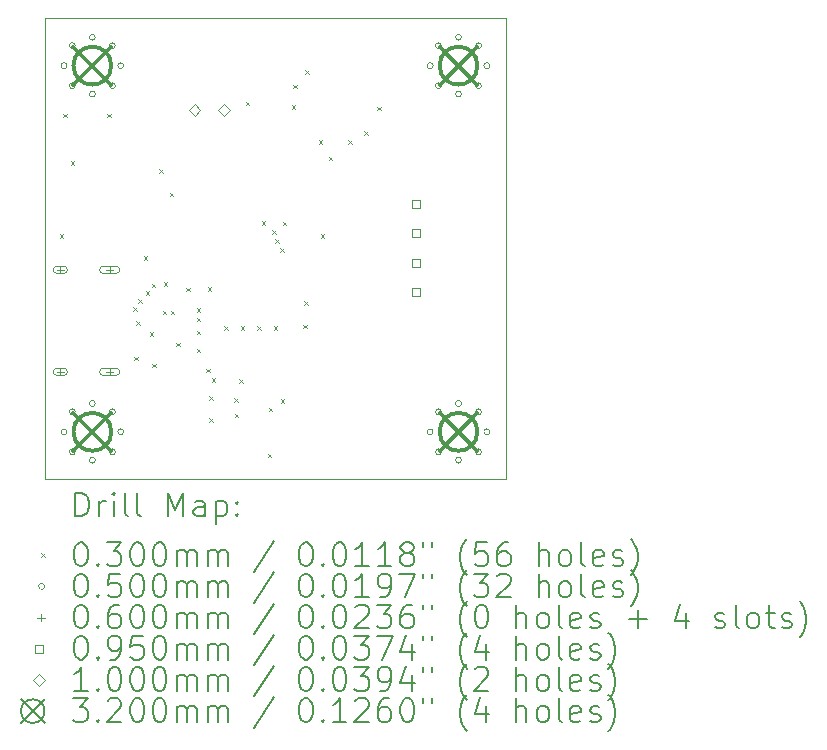
<source format=gbr>
%TF.GenerationSoftware,KiCad,Pcbnew,7.0.10*%
%TF.CreationDate,2024-02-04T10:39:11+08:00*%
%TF.ProjectId,42stepmotor,34327374-6570-46d6-9f74-6f722e6b6963,rev?*%
%TF.SameCoordinates,Original*%
%TF.FileFunction,Drillmap*%
%TF.FilePolarity,Positive*%
%FSLAX45Y45*%
G04 Gerber Fmt 4.5, Leading zero omitted, Abs format (unit mm)*
G04 Created by KiCad (PCBNEW 7.0.10) date 2024-02-04 10:39:11*
%MOMM*%
%LPD*%
G01*
G04 APERTURE LIST*
%ADD10C,0.100000*%
%ADD11C,0.200000*%
%ADD12C,0.320000*%
G04 APERTURE END LIST*
D10*
X9600000Y-8500000D02*
X9600000Y-12400000D01*
X10000000Y-12400000D02*
X13500000Y-12400000D01*
X13500000Y-8500000D02*
X9600000Y-8500000D01*
X9600000Y-12400000D02*
X10000000Y-12400000D01*
X13500000Y-12400000D02*
X13500000Y-8500000D01*
D11*
D10*
X9725000Y-10325000D02*
X9755000Y-10355000D01*
X9755000Y-10325000D02*
X9725000Y-10355000D01*
X9755000Y-9305000D02*
X9785000Y-9335000D01*
X9785000Y-9305000D02*
X9755000Y-9335000D01*
X9817500Y-9707500D02*
X9847500Y-9737500D01*
X9847500Y-9707500D02*
X9817500Y-9737500D01*
X10125000Y-9305000D02*
X10155000Y-9335000D01*
X10155000Y-9305000D02*
X10125000Y-9335000D01*
X10344942Y-10945000D02*
X10374942Y-10975000D01*
X10374942Y-10945000D02*
X10344942Y-10975000D01*
X10355000Y-11365000D02*
X10385000Y-11395000D01*
X10385000Y-11365000D02*
X10355000Y-11395000D01*
X10370000Y-11065000D02*
X10400000Y-11095000D01*
X10400000Y-11065000D02*
X10370000Y-11095000D01*
X10389363Y-10878465D02*
X10419363Y-10908465D01*
X10419363Y-10878465D02*
X10389363Y-10908465D01*
X10435000Y-10515000D02*
X10465000Y-10545000D01*
X10465000Y-10515000D02*
X10435000Y-10545000D01*
X10452097Y-10807903D02*
X10482097Y-10837903D01*
X10482097Y-10807903D02*
X10452097Y-10837903D01*
X10485000Y-11155000D02*
X10515000Y-11185000D01*
X10515000Y-11155000D02*
X10485000Y-11185000D01*
X10503092Y-10746262D02*
X10533092Y-10776262D01*
X10533092Y-10746262D02*
X10503092Y-10776262D01*
X10505000Y-11425000D02*
X10535000Y-11455000D01*
X10535000Y-11425000D02*
X10505000Y-11455000D01*
X10565000Y-9775000D02*
X10595000Y-9805000D01*
X10595000Y-9775000D02*
X10565000Y-9805000D01*
X10595000Y-10975000D02*
X10625000Y-11005000D01*
X10625000Y-10975000D02*
X10595000Y-11005000D01*
X10605000Y-10735000D02*
X10635000Y-10765000D01*
X10635000Y-10735000D02*
X10605000Y-10765000D01*
X10655000Y-9975000D02*
X10685000Y-10005000D01*
X10685000Y-9975000D02*
X10655000Y-10005000D01*
X10665000Y-10975000D02*
X10695000Y-11005000D01*
X10695000Y-10975000D02*
X10665000Y-11005000D01*
X10712500Y-11245000D02*
X10742500Y-11275000D01*
X10742500Y-11245000D02*
X10712500Y-11275000D01*
X10792951Y-10779098D02*
X10822951Y-10809098D01*
X10822951Y-10779098D02*
X10792951Y-10809098D01*
X10885000Y-10955000D02*
X10915000Y-10985000D01*
X10915000Y-10955000D02*
X10885000Y-10985000D01*
X10885000Y-11035000D02*
X10915000Y-11065000D01*
X10915000Y-11035000D02*
X10885000Y-11065000D01*
X10885000Y-11145000D02*
X10915000Y-11175000D01*
X10915000Y-11145000D02*
X10885000Y-11175000D01*
X10885000Y-11295000D02*
X10915000Y-11325000D01*
X10915000Y-11295000D02*
X10885000Y-11325000D01*
X10965000Y-11465000D02*
X10995000Y-11495000D01*
X10995000Y-11465000D02*
X10965000Y-11495000D01*
X10975000Y-10775000D02*
X11005000Y-10805000D01*
X11005000Y-10775000D02*
X10975000Y-10805000D01*
X10989000Y-11887000D02*
X11019000Y-11917000D01*
X11019000Y-11887000D02*
X10989000Y-11917000D01*
X10991000Y-11697000D02*
X11021000Y-11727000D01*
X11021000Y-11697000D02*
X10991000Y-11727000D01*
X11011000Y-11545000D02*
X11041000Y-11575000D01*
X11041000Y-11545000D02*
X11011000Y-11575000D01*
X11115000Y-11105000D02*
X11145000Y-11135000D01*
X11145000Y-11105000D02*
X11115000Y-11135000D01*
X11202000Y-11715000D02*
X11232000Y-11745000D01*
X11232000Y-11715000D02*
X11202000Y-11745000D01*
X11205000Y-11845000D02*
X11235000Y-11875000D01*
X11235000Y-11845000D02*
X11205000Y-11875000D01*
X11245000Y-11555000D02*
X11275000Y-11585000D01*
X11275000Y-11555000D02*
X11245000Y-11585000D01*
X11255000Y-11105000D02*
X11285000Y-11135000D01*
X11285000Y-11105000D02*
X11255000Y-11135000D01*
X11300000Y-9206000D02*
X11330000Y-9236000D01*
X11330000Y-9206000D02*
X11300000Y-9236000D01*
X11395000Y-11105000D02*
X11425000Y-11135000D01*
X11425000Y-11105000D02*
X11395000Y-11135000D01*
X11435000Y-10215000D02*
X11465000Y-10245000D01*
X11465000Y-10215000D02*
X11435000Y-10245000D01*
X11485000Y-12185000D02*
X11515000Y-12215000D01*
X11515000Y-12185000D02*
X11485000Y-12215000D01*
X11495000Y-11795000D02*
X11525000Y-11825000D01*
X11525000Y-11795000D02*
X11495000Y-11825000D01*
X11525000Y-10295000D02*
X11555000Y-10325000D01*
X11555000Y-10295000D02*
X11525000Y-10325000D01*
X11535000Y-11105000D02*
X11565000Y-11135000D01*
X11565000Y-11105000D02*
X11535000Y-11135000D01*
X11550000Y-10370929D02*
X11580000Y-10400929D01*
X11580000Y-10370929D02*
X11550000Y-10400929D01*
X11592500Y-10445000D02*
X11622500Y-10475000D01*
X11622500Y-10445000D02*
X11592500Y-10475000D01*
X11595000Y-11725000D02*
X11625000Y-11755000D01*
X11625000Y-11725000D02*
X11595000Y-11755000D01*
X11612500Y-10222500D02*
X11642500Y-10252500D01*
X11642500Y-10222500D02*
X11612500Y-10252500D01*
X11689851Y-9234851D02*
X11719851Y-9264851D01*
X11719851Y-9234851D02*
X11689851Y-9264851D01*
X11700000Y-9062500D02*
X11730000Y-9092500D01*
X11730000Y-9062500D02*
X11700000Y-9092500D01*
X11785000Y-11095000D02*
X11815000Y-11125000D01*
X11815000Y-11095000D02*
X11785000Y-11125000D01*
X11795000Y-10895000D02*
X11825000Y-10925000D01*
X11825000Y-10895000D02*
X11795000Y-10925000D01*
X11802500Y-8940500D02*
X11832500Y-8970500D01*
X11832500Y-8940500D02*
X11802500Y-8970500D01*
X11915000Y-9530000D02*
X11945000Y-9560000D01*
X11945000Y-9530000D02*
X11915000Y-9560000D01*
X11935000Y-10325000D02*
X11965000Y-10355000D01*
X11965000Y-10325000D02*
X11935000Y-10355000D01*
X12000038Y-9670038D02*
X12030038Y-9700038D01*
X12030038Y-9670038D02*
X12000038Y-9700038D01*
X12165000Y-9530000D02*
X12195000Y-9560000D01*
X12195000Y-9530000D02*
X12165000Y-9560000D01*
X12300076Y-9455000D02*
X12330076Y-9485000D01*
X12330076Y-9455000D02*
X12300076Y-9485000D01*
X12410076Y-9247576D02*
X12440076Y-9277576D01*
X12440076Y-9247576D02*
X12410076Y-9277576D01*
X9785000Y-8900000D02*
G75*
G03*
X9735000Y-8900000I-25000J0D01*
G01*
X9735000Y-8900000D02*
G75*
G03*
X9785000Y-8900000I25000J0D01*
G01*
X9785000Y-12000000D02*
G75*
G03*
X9735000Y-12000000I-25000J0D01*
G01*
X9735000Y-12000000D02*
G75*
G03*
X9785000Y-12000000I25000J0D01*
G01*
X9855294Y-8730294D02*
G75*
G03*
X9805294Y-8730294I-25000J0D01*
G01*
X9805294Y-8730294D02*
G75*
G03*
X9855294Y-8730294I25000J0D01*
G01*
X9855294Y-9069706D02*
G75*
G03*
X9805294Y-9069706I-25000J0D01*
G01*
X9805294Y-9069706D02*
G75*
G03*
X9855294Y-9069706I25000J0D01*
G01*
X9855294Y-11830294D02*
G75*
G03*
X9805294Y-11830294I-25000J0D01*
G01*
X9805294Y-11830294D02*
G75*
G03*
X9855294Y-11830294I25000J0D01*
G01*
X9855294Y-12169706D02*
G75*
G03*
X9805294Y-12169706I-25000J0D01*
G01*
X9805294Y-12169706D02*
G75*
G03*
X9855294Y-12169706I25000J0D01*
G01*
X10025000Y-8660000D02*
G75*
G03*
X9975000Y-8660000I-25000J0D01*
G01*
X9975000Y-8660000D02*
G75*
G03*
X10025000Y-8660000I25000J0D01*
G01*
X10025000Y-9140000D02*
G75*
G03*
X9975000Y-9140000I-25000J0D01*
G01*
X9975000Y-9140000D02*
G75*
G03*
X10025000Y-9140000I25000J0D01*
G01*
X10025000Y-11760000D02*
G75*
G03*
X9975000Y-11760000I-25000J0D01*
G01*
X9975000Y-11760000D02*
G75*
G03*
X10025000Y-11760000I25000J0D01*
G01*
X10025000Y-12240000D02*
G75*
G03*
X9975000Y-12240000I-25000J0D01*
G01*
X9975000Y-12240000D02*
G75*
G03*
X10025000Y-12240000I25000J0D01*
G01*
X10194706Y-8730294D02*
G75*
G03*
X10144706Y-8730294I-25000J0D01*
G01*
X10144706Y-8730294D02*
G75*
G03*
X10194706Y-8730294I25000J0D01*
G01*
X10194706Y-9069706D02*
G75*
G03*
X10144706Y-9069706I-25000J0D01*
G01*
X10144706Y-9069706D02*
G75*
G03*
X10194706Y-9069706I25000J0D01*
G01*
X10194706Y-11830294D02*
G75*
G03*
X10144706Y-11830294I-25000J0D01*
G01*
X10144706Y-11830294D02*
G75*
G03*
X10194706Y-11830294I25000J0D01*
G01*
X10194706Y-12169706D02*
G75*
G03*
X10144706Y-12169706I-25000J0D01*
G01*
X10144706Y-12169706D02*
G75*
G03*
X10194706Y-12169706I25000J0D01*
G01*
X10265000Y-8900000D02*
G75*
G03*
X10215000Y-8900000I-25000J0D01*
G01*
X10215000Y-8900000D02*
G75*
G03*
X10265000Y-8900000I25000J0D01*
G01*
X10265000Y-12000000D02*
G75*
G03*
X10215000Y-12000000I-25000J0D01*
G01*
X10215000Y-12000000D02*
G75*
G03*
X10265000Y-12000000I25000J0D01*
G01*
X12885000Y-8900000D02*
G75*
G03*
X12835000Y-8900000I-25000J0D01*
G01*
X12835000Y-8900000D02*
G75*
G03*
X12885000Y-8900000I25000J0D01*
G01*
X12885000Y-12000000D02*
G75*
G03*
X12835000Y-12000000I-25000J0D01*
G01*
X12835000Y-12000000D02*
G75*
G03*
X12885000Y-12000000I25000J0D01*
G01*
X12955294Y-8730294D02*
G75*
G03*
X12905294Y-8730294I-25000J0D01*
G01*
X12905294Y-8730294D02*
G75*
G03*
X12955294Y-8730294I25000J0D01*
G01*
X12955294Y-9069706D02*
G75*
G03*
X12905294Y-9069706I-25000J0D01*
G01*
X12905294Y-9069706D02*
G75*
G03*
X12955294Y-9069706I25000J0D01*
G01*
X12955294Y-11830294D02*
G75*
G03*
X12905294Y-11830294I-25000J0D01*
G01*
X12905294Y-11830294D02*
G75*
G03*
X12955294Y-11830294I25000J0D01*
G01*
X12955294Y-12169706D02*
G75*
G03*
X12905294Y-12169706I-25000J0D01*
G01*
X12905294Y-12169706D02*
G75*
G03*
X12955294Y-12169706I25000J0D01*
G01*
X13125000Y-8660000D02*
G75*
G03*
X13075000Y-8660000I-25000J0D01*
G01*
X13075000Y-8660000D02*
G75*
G03*
X13125000Y-8660000I25000J0D01*
G01*
X13125000Y-9140000D02*
G75*
G03*
X13075000Y-9140000I-25000J0D01*
G01*
X13075000Y-9140000D02*
G75*
G03*
X13125000Y-9140000I25000J0D01*
G01*
X13125000Y-11760000D02*
G75*
G03*
X13075000Y-11760000I-25000J0D01*
G01*
X13075000Y-11760000D02*
G75*
G03*
X13125000Y-11760000I25000J0D01*
G01*
X13125000Y-12240000D02*
G75*
G03*
X13075000Y-12240000I-25000J0D01*
G01*
X13075000Y-12240000D02*
G75*
G03*
X13125000Y-12240000I25000J0D01*
G01*
X13294706Y-8730294D02*
G75*
G03*
X13244706Y-8730294I-25000J0D01*
G01*
X13244706Y-8730294D02*
G75*
G03*
X13294706Y-8730294I25000J0D01*
G01*
X13294706Y-9069706D02*
G75*
G03*
X13244706Y-9069706I-25000J0D01*
G01*
X13244706Y-9069706D02*
G75*
G03*
X13294706Y-9069706I25000J0D01*
G01*
X13294706Y-11830294D02*
G75*
G03*
X13244706Y-11830294I-25000J0D01*
G01*
X13244706Y-11830294D02*
G75*
G03*
X13294706Y-11830294I25000J0D01*
G01*
X13294706Y-12169706D02*
G75*
G03*
X13244706Y-12169706I-25000J0D01*
G01*
X13244706Y-12169706D02*
G75*
G03*
X13294706Y-12169706I25000J0D01*
G01*
X13365000Y-8900000D02*
G75*
G03*
X13315000Y-8900000I-25000J0D01*
G01*
X13315000Y-8900000D02*
G75*
G03*
X13365000Y-8900000I25000J0D01*
G01*
X13365000Y-12000000D02*
G75*
G03*
X13315000Y-12000000I-25000J0D01*
G01*
X13315000Y-12000000D02*
G75*
G03*
X13365000Y-12000000I25000J0D01*
G01*
X9729000Y-10598000D02*
X9729000Y-10658000D01*
X9699000Y-10628000D02*
X9759000Y-10628000D01*
X9759000Y-10598000D02*
X9699000Y-10598000D01*
X9699000Y-10598000D02*
G75*
G03*
X9699000Y-10658000I0J-30000D01*
G01*
X9699000Y-10658000D02*
X9759000Y-10658000D01*
X9759000Y-10658000D02*
G75*
G03*
X9759000Y-10598000I0J30000D01*
G01*
X9729000Y-11462000D02*
X9729000Y-11522000D01*
X9699000Y-11492000D02*
X9759000Y-11492000D01*
X9759000Y-11462000D02*
X9699000Y-11462000D01*
X9699000Y-11462000D02*
G75*
G03*
X9699000Y-11522000I0J-30000D01*
G01*
X9699000Y-11522000D02*
X9759000Y-11522000D01*
X9759000Y-11522000D02*
G75*
G03*
X9759000Y-11462000I0J30000D01*
G01*
X10147000Y-10598000D02*
X10147000Y-10658000D01*
X10117000Y-10628000D02*
X10177000Y-10628000D01*
X10202000Y-10598000D02*
X10092000Y-10598000D01*
X10092000Y-10598000D02*
G75*
G03*
X10092000Y-10658000I0J-30000D01*
G01*
X10092000Y-10658000D02*
X10202000Y-10658000D01*
X10202000Y-10658000D02*
G75*
G03*
X10202000Y-10598000I0J30000D01*
G01*
X10147000Y-11462000D02*
X10147000Y-11522000D01*
X10117000Y-11492000D02*
X10177000Y-11492000D01*
X10202000Y-11462000D02*
X10092000Y-11462000D01*
X10092000Y-11462000D02*
G75*
G03*
X10092000Y-11522000I0J-30000D01*
G01*
X10092000Y-11522000D02*
X10202000Y-11522000D01*
X10202000Y-11522000D02*
G75*
G03*
X10202000Y-11462000I0J30000D01*
G01*
X12773588Y-10103588D02*
X12773588Y-10036412D01*
X12706412Y-10036412D01*
X12706412Y-10103588D01*
X12773588Y-10103588D01*
X12773588Y-10353588D02*
X12773588Y-10286412D01*
X12706412Y-10286412D01*
X12706412Y-10353588D01*
X12773588Y-10353588D01*
X12773588Y-10603588D02*
X12773588Y-10536412D01*
X12706412Y-10536412D01*
X12706412Y-10603588D01*
X12773588Y-10603588D01*
X12773588Y-10853588D02*
X12773588Y-10786412D01*
X12706412Y-10786412D01*
X12706412Y-10853588D01*
X12773588Y-10853588D01*
X10865000Y-9325000D02*
X10915000Y-9275000D01*
X10865000Y-9225000D01*
X10815000Y-9275000D01*
X10865000Y-9325000D01*
X11115000Y-9325000D02*
X11165000Y-9275000D01*
X11115000Y-9225000D01*
X11065000Y-9275000D01*
X11115000Y-9325000D01*
D12*
X9840000Y-8740000D02*
X10160000Y-9060000D01*
X10160000Y-8740000D02*
X9840000Y-9060000D01*
X10160000Y-8900000D02*
G75*
G03*
X9840000Y-8900000I-160000J0D01*
G01*
X9840000Y-8900000D02*
G75*
G03*
X10160000Y-8900000I160000J0D01*
G01*
X9840000Y-11840000D02*
X10160000Y-12160000D01*
X10160000Y-11840000D02*
X9840000Y-12160000D01*
X10160000Y-12000000D02*
G75*
G03*
X9840000Y-12000000I-160000J0D01*
G01*
X9840000Y-12000000D02*
G75*
G03*
X10160000Y-12000000I160000J0D01*
G01*
X12940000Y-8740000D02*
X13260000Y-9060000D01*
X13260000Y-8740000D02*
X12940000Y-9060000D01*
X13260000Y-8900000D02*
G75*
G03*
X12940000Y-8900000I-160000J0D01*
G01*
X12940000Y-8900000D02*
G75*
G03*
X13260000Y-8900000I160000J0D01*
G01*
X12940000Y-11840000D02*
X13260000Y-12160000D01*
X13260000Y-11840000D02*
X12940000Y-12160000D01*
X13260000Y-12000000D02*
G75*
G03*
X12940000Y-12000000I-160000J0D01*
G01*
X12940000Y-12000000D02*
G75*
G03*
X13260000Y-12000000I160000J0D01*
G01*
D11*
X9855777Y-12716484D02*
X9855777Y-12516484D01*
X9855777Y-12516484D02*
X9903396Y-12516484D01*
X9903396Y-12516484D02*
X9931967Y-12526008D01*
X9931967Y-12526008D02*
X9951015Y-12545055D01*
X9951015Y-12545055D02*
X9960539Y-12564103D01*
X9960539Y-12564103D02*
X9970063Y-12602198D01*
X9970063Y-12602198D02*
X9970063Y-12630769D01*
X9970063Y-12630769D02*
X9960539Y-12668865D01*
X9960539Y-12668865D02*
X9951015Y-12687912D01*
X9951015Y-12687912D02*
X9931967Y-12706960D01*
X9931967Y-12706960D02*
X9903396Y-12716484D01*
X9903396Y-12716484D02*
X9855777Y-12716484D01*
X10055777Y-12716484D02*
X10055777Y-12583150D01*
X10055777Y-12621246D02*
X10065301Y-12602198D01*
X10065301Y-12602198D02*
X10074824Y-12592674D01*
X10074824Y-12592674D02*
X10093872Y-12583150D01*
X10093872Y-12583150D02*
X10112920Y-12583150D01*
X10179586Y-12716484D02*
X10179586Y-12583150D01*
X10179586Y-12516484D02*
X10170063Y-12526008D01*
X10170063Y-12526008D02*
X10179586Y-12535531D01*
X10179586Y-12535531D02*
X10189110Y-12526008D01*
X10189110Y-12526008D02*
X10179586Y-12516484D01*
X10179586Y-12516484D02*
X10179586Y-12535531D01*
X10303396Y-12716484D02*
X10284348Y-12706960D01*
X10284348Y-12706960D02*
X10274824Y-12687912D01*
X10274824Y-12687912D02*
X10274824Y-12516484D01*
X10408158Y-12716484D02*
X10389110Y-12706960D01*
X10389110Y-12706960D02*
X10379586Y-12687912D01*
X10379586Y-12687912D02*
X10379586Y-12516484D01*
X10636729Y-12716484D02*
X10636729Y-12516484D01*
X10636729Y-12516484D02*
X10703396Y-12659341D01*
X10703396Y-12659341D02*
X10770063Y-12516484D01*
X10770063Y-12516484D02*
X10770063Y-12716484D01*
X10951015Y-12716484D02*
X10951015Y-12611722D01*
X10951015Y-12611722D02*
X10941491Y-12592674D01*
X10941491Y-12592674D02*
X10922444Y-12583150D01*
X10922444Y-12583150D02*
X10884348Y-12583150D01*
X10884348Y-12583150D02*
X10865301Y-12592674D01*
X10951015Y-12706960D02*
X10931967Y-12716484D01*
X10931967Y-12716484D02*
X10884348Y-12716484D01*
X10884348Y-12716484D02*
X10865301Y-12706960D01*
X10865301Y-12706960D02*
X10855777Y-12687912D01*
X10855777Y-12687912D02*
X10855777Y-12668865D01*
X10855777Y-12668865D02*
X10865301Y-12649817D01*
X10865301Y-12649817D02*
X10884348Y-12640293D01*
X10884348Y-12640293D02*
X10931967Y-12640293D01*
X10931967Y-12640293D02*
X10951015Y-12630769D01*
X11046253Y-12583150D02*
X11046253Y-12783150D01*
X11046253Y-12592674D02*
X11065301Y-12583150D01*
X11065301Y-12583150D02*
X11103396Y-12583150D01*
X11103396Y-12583150D02*
X11122444Y-12592674D01*
X11122444Y-12592674D02*
X11131967Y-12602198D01*
X11131967Y-12602198D02*
X11141491Y-12621246D01*
X11141491Y-12621246D02*
X11141491Y-12678388D01*
X11141491Y-12678388D02*
X11131967Y-12697436D01*
X11131967Y-12697436D02*
X11122444Y-12706960D01*
X11122444Y-12706960D02*
X11103396Y-12716484D01*
X11103396Y-12716484D02*
X11065301Y-12716484D01*
X11065301Y-12716484D02*
X11046253Y-12706960D01*
X11227205Y-12697436D02*
X11236729Y-12706960D01*
X11236729Y-12706960D02*
X11227205Y-12716484D01*
X11227205Y-12716484D02*
X11217682Y-12706960D01*
X11217682Y-12706960D02*
X11227205Y-12697436D01*
X11227205Y-12697436D02*
X11227205Y-12716484D01*
X11227205Y-12592674D02*
X11236729Y-12602198D01*
X11236729Y-12602198D02*
X11227205Y-12611722D01*
X11227205Y-12611722D02*
X11217682Y-12602198D01*
X11217682Y-12602198D02*
X11227205Y-12592674D01*
X11227205Y-12592674D02*
X11227205Y-12611722D01*
D10*
X9565000Y-13030000D02*
X9595000Y-13060000D01*
X9595000Y-13030000D02*
X9565000Y-13060000D01*
D11*
X9893872Y-12936484D02*
X9912920Y-12936484D01*
X9912920Y-12936484D02*
X9931967Y-12946008D01*
X9931967Y-12946008D02*
X9941491Y-12955531D01*
X9941491Y-12955531D02*
X9951015Y-12974579D01*
X9951015Y-12974579D02*
X9960539Y-13012674D01*
X9960539Y-13012674D02*
X9960539Y-13060293D01*
X9960539Y-13060293D02*
X9951015Y-13098388D01*
X9951015Y-13098388D02*
X9941491Y-13117436D01*
X9941491Y-13117436D02*
X9931967Y-13126960D01*
X9931967Y-13126960D02*
X9912920Y-13136484D01*
X9912920Y-13136484D02*
X9893872Y-13136484D01*
X9893872Y-13136484D02*
X9874824Y-13126960D01*
X9874824Y-13126960D02*
X9865301Y-13117436D01*
X9865301Y-13117436D02*
X9855777Y-13098388D01*
X9855777Y-13098388D02*
X9846253Y-13060293D01*
X9846253Y-13060293D02*
X9846253Y-13012674D01*
X9846253Y-13012674D02*
X9855777Y-12974579D01*
X9855777Y-12974579D02*
X9865301Y-12955531D01*
X9865301Y-12955531D02*
X9874824Y-12946008D01*
X9874824Y-12946008D02*
X9893872Y-12936484D01*
X10046253Y-13117436D02*
X10055777Y-13126960D01*
X10055777Y-13126960D02*
X10046253Y-13136484D01*
X10046253Y-13136484D02*
X10036729Y-13126960D01*
X10036729Y-13126960D02*
X10046253Y-13117436D01*
X10046253Y-13117436D02*
X10046253Y-13136484D01*
X10122444Y-12936484D02*
X10246253Y-12936484D01*
X10246253Y-12936484D02*
X10179586Y-13012674D01*
X10179586Y-13012674D02*
X10208158Y-13012674D01*
X10208158Y-13012674D02*
X10227205Y-13022198D01*
X10227205Y-13022198D02*
X10236729Y-13031722D01*
X10236729Y-13031722D02*
X10246253Y-13050769D01*
X10246253Y-13050769D02*
X10246253Y-13098388D01*
X10246253Y-13098388D02*
X10236729Y-13117436D01*
X10236729Y-13117436D02*
X10227205Y-13126960D01*
X10227205Y-13126960D02*
X10208158Y-13136484D01*
X10208158Y-13136484D02*
X10151015Y-13136484D01*
X10151015Y-13136484D02*
X10131967Y-13126960D01*
X10131967Y-13126960D02*
X10122444Y-13117436D01*
X10370063Y-12936484D02*
X10389110Y-12936484D01*
X10389110Y-12936484D02*
X10408158Y-12946008D01*
X10408158Y-12946008D02*
X10417682Y-12955531D01*
X10417682Y-12955531D02*
X10427205Y-12974579D01*
X10427205Y-12974579D02*
X10436729Y-13012674D01*
X10436729Y-13012674D02*
X10436729Y-13060293D01*
X10436729Y-13060293D02*
X10427205Y-13098388D01*
X10427205Y-13098388D02*
X10417682Y-13117436D01*
X10417682Y-13117436D02*
X10408158Y-13126960D01*
X10408158Y-13126960D02*
X10389110Y-13136484D01*
X10389110Y-13136484D02*
X10370063Y-13136484D01*
X10370063Y-13136484D02*
X10351015Y-13126960D01*
X10351015Y-13126960D02*
X10341491Y-13117436D01*
X10341491Y-13117436D02*
X10331967Y-13098388D01*
X10331967Y-13098388D02*
X10322444Y-13060293D01*
X10322444Y-13060293D02*
X10322444Y-13012674D01*
X10322444Y-13012674D02*
X10331967Y-12974579D01*
X10331967Y-12974579D02*
X10341491Y-12955531D01*
X10341491Y-12955531D02*
X10351015Y-12946008D01*
X10351015Y-12946008D02*
X10370063Y-12936484D01*
X10560539Y-12936484D02*
X10579586Y-12936484D01*
X10579586Y-12936484D02*
X10598634Y-12946008D01*
X10598634Y-12946008D02*
X10608158Y-12955531D01*
X10608158Y-12955531D02*
X10617682Y-12974579D01*
X10617682Y-12974579D02*
X10627205Y-13012674D01*
X10627205Y-13012674D02*
X10627205Y-13060293D01*
X10627205Y-13060293D02*
X10617682Y-13098388D01*
X10617682Y-13098388D02*
X10608158Y-13117436D01*
X10608158Y-13117436D02*
X10598634Y-13126960D01*
X10598634Y-13126960D02*
X10579586Y-13136484D01*
X10579586Y-13136484D02*
X10560539Y-13136484D01*
X10560539Y-13136484D02*
X10541491Y-13126960D01*
X10541491Y-13126960D02*
X10531967Y-13117436D01*
X10531967Y-13117436D02*
X10522444Y-13098388D01*
X10522444Y-13098388D02*
X10512920Y-13060293D01*
X10512920Y-13060293D02*
X10512920Y-13012674D01*
X10512920Y-13012674D02*
X10522444Y-12974579D01*
X10522444Y-12974579D02*
X10531967Y-12955531D01*
X10531967Y-12955531D02*
X10541491Y-12946008D01*
X10541491Y-12946008D02*
X10560539Y-12936484D01*
X10712920Y-13136484D02*
X10712920Y-13003150D01*
X10712920Y-13022198D02*
X10722444Y-13012674D01*
X10722444Y-13012674D02*
X10741491Y-13003150D01*
X10741491Y-13003150D02*
X10770063Y-13003150D01*
X10770063Y-13003150D02*
X10789110Y-13012674D01*
X10789110Y-13012674D02*
X10798634Y-13031722D01*
X10798634Y-13031722D02*
X10798634Y-13136484D01*
X10798634Y-13031722D02*
X10808158Y-13012674D01*
X10808158Y-13012674D02*
X10827205Y-13003150D01*
X10827205Y-13003150D02*
X10855777Y-13003150D01*
X10855777Y-13003150D02*
X10874825Y-13012674D01*
X10874825Y-13012674D02*
X10884348Y-13031722D01*
X10884348Y-13031722D02*
X10884348Y-13136484D01*
X10979586Y-13136484D02*
X10979586Y-13003150D01*
X10979586Y-13022198D02*
X10989110Y-13012674D01*
X10989110Y-13012674D02*
X11008158Y-13003150D01*
X11008158Y-13003150D02*
X11036729Y-13003150D01*
X11036729Y-13003150D02*
X11055777Y-13012674D01*
X11055777Y-13012674D02*
X11065301Y-13031722D01*
X11065301Y-13031722D02*
X11065301Y-13136484D01*
X11065301Y-13031722D02*
X11074825Y-13012674D01*
X11074825Y-13012674D02*
X11093872Y-13003150D01*
X11093872Y-13003150D02*
X11122444Y-13003150D01*
X11122444Y-13003150D02*
X11141491Y-13012674D01*
X11141491Y-13012674D02*
X11151015Y-13031722D01*
X11151015Y-13031722D02*
X11151015Y-13136484D01*
X11541491Y-12926960D02*
X11370063Y-13184103D01*
X11798634Y-12936484D02*
X11817682Y-12936484D01*
X11817682Y-12936484D02*
X11836729Y-12946008D01*
X11836729Y-12946008D02*
X11846253Y-12955531D01*
X11846253Y-12955531D02*
X11855777Y-12974579D01*
X11855777Y-12974579D02*
X11865301Y-13012674D01*
X11865301Y-13012674D02*
X11865301Y-13060293D01*
X11865301Y-13060293D02*
X11855777Y-13098388D01*
X11855777Y-13098388D02*
X11846253Y-13117436D01*
X11846253Y-13117436D02*
X11836729Y-13126960D01*
X11836729Y-13126960D02*
X11817682Y-13136484D01*
X11817682Y-13136484D02*
X11798634Y-13136484D01*
X11798634Y-13136484D02*
X11779586Y-13126960D01*
X11779586Y-13126960D02*
X11770063Y-13117436D01*
X11770063Y-13117436D02*
X11760539Y-13098388D01*
X11760539Y-13098388D02*
X11751015Y-13060293D01*
X11751015Y-13060293D02*
X11751015Y-13012674D01*
X11751015Y-13012674D02*
X11760539Y-12974579D01*
X11760539Y-12974579D02*
X11770063Y-12955531D01*
X11770063Y-12955531D02*
X11779586Y-12946008D01*
X11779586Y-12946008D02*
X11798634Y-12936484D01*
X11951015Y-13117436D02*
X11960539Y-13126960D01*
X11960539Y-13126960D02*
X11951015Y-13136484D01*
X11951015Y-13136484D02*
X11941491Y-13126960D01*
X11941491Y-13126960D02*
X11951015Y-13117436D01*
X11951015Y-13117436D02*
X11951015Y-13136484D01*
X12084348Y-12936484D02*
X12103396Y-12936484D01*
X12103396Y-12936484D02*
X12122444Y-12946008D01*
X12122444Y-12946008D02*
X12131967Y-12955531D01*
X12131967Y-12955531D02*
X12141491Y-12974579D01*
X12141491Y-12974579D02*
X12151015Y-13012674D01*
X12151015Y-13012674D02*
X12151015Y-13060293D01*
X12151015Y-13060293D02*
X12141491Y-13098388D01*
X12141491Y-13098388D02*
X12131967Y-13117436D01*
X12131967Y-13117436D02*
X12122444Y-13126960D01*
X12122444Y-13126960D02*
X12103396Y-13136484D01*
X12103396Y-13136484D02*
X12084348Y-13136484D01*
X12084348Y-13136484D02*
X12065301Y-13126960D01*
X12065301Y-13126960D02*
X12055777Y-13117436D01*
X12055777Y-13117436D02*
X12046253Y-13098388D01*
X12046253Y-13098388D02*
X12036729Y-13060293D01*
X12036729Y-13060293D02*
X12036729Y-13012674D01*
X12036729Y-13012674D02*
X12046253Y-12974579D01*
X12046253Y-12974579D02*
X12055777Y-12955531D01*
X12055777Y-12955531D02*
X12065301Y-12946008D01*
X12065301Y-12946008D02*
X12084348Y-12936484D01*
X12341491Y-13136484D02*
X12227206Y-13136484D01*
X12284348Y-13136484D02*
X12284348Y-12936484D01*
X12284348Y-12936484D02*
X12265301Y-12965055D01*
X12265301Y-12965055D02*
X12246253Y-12984103D01*
X12246253Y-12984103D02*
X12227206Y-12993627D01*
X12531967Y-13136484D02*
X12417682Y-13136484D01*
X12474825Y-13136484D02*
X12474825Y-12936484D01*
X12474825Y-12936484D02*
X12455777Y-12965055D01*
X12455777Y-12965055D02*
X12436729Y-12984103D01*
X12436729Y-12984103D02*
X12417682Y-12993627D01*
X12646253Y-13022198D02*
X12627206Y-13012674D01*
X12627206Y-13012674D02*
X12617682Y-13003150D01*
X12617682Y-13003150D02*
X12608158Y-12984103D01*
X12608158Y-12984103D02*
X12608158Y-12974579D01*
X12608158Y-12974579D02*
X12617682Y-12955531D01*
X12617682Y-12955531D02*
X12627206Y-12946008D01*
X12627206Y-12946008D02*
X12646253Y-12936484D01*
X12646253Y-12936484D02*
X12684348Y-12936484D01*
X12684348Y-12936484D02*
X12703396Y-12946008D01*
X12703396Y-12946008D02*
X12712920Y-12955531D01*
X12712920Y-12955531D02*
X12722444Y-12974579D01*
X12722444Y-12974579D02*
X12722444Y-12984103D01*
X12722444Y-12984103D02*
X12712920Y-13003150D01*
X12712920Y-13003150D02*
X12703396Y-13012674D01*
X12703396Y-13012674D02*
X12684348Y-13022198D01*
X12684348Y-13022198D02*
X12646253Y-13022198D01*
X12646253Y-13022198D02*
X12627206Y-13031722D01*
X12627206Y-13031722D02*
X12617682Y-13041246D01*
X12617682Y-13041246D02*
X12608158Y-13060293D01*
X12608158Y-13060293D02*
X12608158Y-13098388D01*
X12608158Y-13098388D02*
X12617682Y-13117436D01*
X12617682Y-13117436D02*
X12627206Y-13126960D01*
X12627206Y-13126960D02*
X12646253Y-13136484D01*
X12646253Y-13136484D02*
X12684348Y-13136484D01*
X12684348Y-13136484D02*
X12703396Y-13126960D01*
X12703396Y-13126960D02*
X12712920Y-13117436D01*
X12712920Y-13117436D02*
X12722444Y-13098388D01*
X12722444Y-13098388D02*
X12722444Y-13060293D01*
X12722444Y-13060293D02*
X12712920Y-13041246D01*
X12712920Y-13041246D02*
X12703396Y-13031722D01*
X12703396Y-13031722D02*
X12684348Y-13022198D01*
X12798634Y-12936484D02*
X12798634Y-12974579D01*
X12874825Y-12936484D02*
X12874825Y-12974579D01*
X13170063Y-13212674D02*
X13160539Y-13203150D01*
X13160539Y-13203150D02*
X13141491Y-13174579D01*
X13141491Y-13174579D02*
X13131968Y-13155531D01*
X13131968Y-13155531D02*
X13122444Y-13126960D01*
X13122444Y-13126960D02*
X13112920Y-13079341D01*
X13112920Y-13079341D02*
X13112920Y-13041246D01*
X13112920Y-13041246D02*
X13122444Y-12993627D01*
X13122444Y-12993627D02*
X13131968Y-12965055D01*
X13131968Y-12965055D02*
X13141491Y-12946008D01*
X13141491Y-12946008D02*
X13160539Y-12917436D01*
X13160539Y-12917436D02*
X13170063Y-12907912D01*
X13341491Y-12936484D02*
X13246253Y-12936484D01*
X13246253Y-12936484D02*
X13236729Y-13031722D01*
X13236729Y-13031722D02*
X13246253Y-13022198D01*
X13246253Y-13022198D02*
X13265301Y-13012674D01*
X13265301Y-13012674D02*
X13312920Y-13012674D01*
X13312920Y-13012674D02*
X13331968Y-13022198D01*
X13331968Y-13022198D02*
X13341491Y-13031722D01*
X13341491Y-13031722D02*
X13351015Y-13050769D01*
X13351015Y-13050769D02*
X13351015Y-13098388D01*
X13351015Y-13098388D02*
X13341491Y-13117436D01*
X13341491Y-13117436D02*
X13331968Y-13126960D01*
X13331968Y-13126960D02*
X13312920Y-13136484D01*
X13312920Y-13136484D02*
X13265301Y-13136484D01*
X13265301Y-13136484D02*
X13246253Y-13126960D01*
X13246253Y-13126960D02*
X13236729Y-13117436D01*
X13522444Y-12936484D02*
X13484348Y-12936484D01*
X13484348Y-12936484D02*
X13465301Y-12946008D01*
X13465301Y-12946008D02*
X13455777Y-12955531D01*
X13455777Y-12955531D02*
X13436729Y-12984103D01*
X13436729Y-12984103D02*
X13427206Y-13022198D01*
X13427206Y-13022198D02*
X13427206Y-13098388D01*
X13427206Y-13098388D02*
X13436729Y-13117436D01*
X13436729Y-13117436D02*
X13446253Y-13126960D01*
X13446253Y-13126960D02*
X13465301Y-13136484D01*
X13465301Y-13136484D02*
X13503396Y-13136484D01*
X13503396Y-13136484D02*
X13522444Y-13126960D01*
X13522444Y-13126960D02*
X13531968Y-13117436D01*
X13531968Y-13117436D02*
X13541491Y-13098388D01*
X13541491Y-13098388D02*
X13541491Y-13050769D01*
X13541491Y-13050769D02*
X13531968Y-13031722D01*
X13531968Y-13031722D02*
X13522444Y-13022198D01*
X13522444Y-13022198D02*
X13503396Y-13012674D01*
X13503396Y-13012674D02*
X13465301Y-13012674D01*
X13465301Y-13012674D02*
X13446253Y-13022198D01*
X13446253Y-13022198D02*
X13436729Y-13031722D01*
X13436729Y-13031722D02*
X13427206Y-13050769D01*
X13779587Y-13136484D02*
X13779587Y-12936484D01*
X13865301Y-13136484D02*
X13865301Y-13031722D01*
X13865301Y-13031722D02*
X13855777Y-13012674D01*
X13855777Y-13012674D02*
X13836730Y-13003150D01*
X13836730Y-13003150D02*
X13808158Y-13003150D01*
X13808158Y-13003150D02*
X13789110Y-13012674D01*
X13789110Y-13012674D02*
X13779587Y-13022198D01*
X13989110Y-13136484D02*
X13970063Y-13126960D01*
X13970063Y-13126960D02*
X13960539Y-13117436D01*
X13960539Y-13117436D02*
X13951015Y-13098388D01*
X13951015Y-13098388D02*
X13951015Y-13041246D01*
X13951015Y-13041246D02*
X13960539Y-13022198D01*
X13960539Y-13022198D02*
X13970063Y-13012674D01*
X13970063Y-13012674D02*
X13989110Y-13003150D01*
X13989110Y-13003150D02*
X14017682Y-13003150D01*
X14017682Y-13003150D02*
X14036730Y-13012674D01*
X14036730Y-13012674D02*
X14046253Y-13022198D01*
X14046253Y-13022198D02*
X14055777Y-13041246D01*
X14055777Y-13041246D02*
X14055777Y-13098388D01*
X14055777Y-13098388D02*
X14046253Y-13117436D01*
X14046253Y-13117436D02*
X14036730Y-13126960D01*
X14036730Y-13126960D02*
X14017682Y-13136484D01*
X14017682Y-13136484D02*
X13989110Y-13136484D01*
X14170063Y-13136484D02*
X14151015Y-13126960D01*
X14151015Y-13126960D02*
X14141491Y-13107912D01*
X14141491Y-13107912D02*
X14141491Y-12936484D01*
X14322444Y-13126960D02*
X14303396Y-13136484D01*
X14303396Y-13136484D02*
X14265301Y-13136484D01*
X14265301Y-13136484D02*
X14246253Y-13126960D01*
X14246253Y-13126960D02*
X14236730Y-13107912D01*
X14236730Y-13107912D02*
X14236730Y-13031722D01*
X14236730Y-13031722D02*
X14246253Y-13012674D01*
X14246253Y-13012674D02*
X14265301Y-13003150D01*
X14265301Y-13003150D02*
X14303396Y-13003150D01*
X14303396Y-13003150D02*
X14322444Y-13012674D01*
X14322444Y-13012674D02*
X14331968Y-13031722D01*
X14331968Y-13031722D02*
X14331968Y-13050769D01*
X14331968Y-13050769D02*
X14236730Y-13069817D01*
X14408158Y-13126960D02*
X14427206Y-13136484D01*
X14427206Y-13136484D02*
X14465301Y-13136484D01*
X14465301Y-13136484D02*
X14484349Y-13126960D01*
X14484349Y-13126960D02*
X14493872Y-13107912D01*
X14493872Y-13107912D02*
X14493872Y-13098388D01*
X14493872Y-13098388D02*
X14484349Y-13079341D01*
X14484349Y-13079341D02*
X14465301Y-13069817D01*
X14465301Y-13069817D02*
X14436730Y-13069817D01*
X14436730Y-13069817D02*
X14417682Y-13060293D01*
X14417682Y-13060293D02*
X14408158Y-13041246D01*
X14408158Y-13041246D02*
X14408158Y-13031722D01*
X14408158Y-13031722D02*
X14417682Y-13012674D01*
X14417682Y-13012674D02*
X14436730Y-13003150D01*
X14436730Y-13003150D02*
X14465301Y-13003150D01*
X14465301Y-13003150D02*
X14484349Y-13012674D01*
X14560539Y-13212674D02*
X14570063Y-13203150D01*
X14570063Y-13203150D02*
X14589111Y-13174579D01*
X14589111Y-13174579D02*
X14598634Y-13155531D01*
X14598634Y-13155531D02*
X14608158Y-13126960D01*
X14608158Y-13126960D02*
X14617682Y-13079341D01*
X14617682Y-13079341D02*
X14617682Y-13041246D01*
X14617682Y-13041246D02*
X14608158Y-12993627D01*
X14608158Y-12993627D02*
X14598634Y-12965055D01*
X14598634Y-12965055D02*
X14589111Y-12946008D01*
X14589111Y-12946008D02*
X14570063Y-12917436D01*
X14570063Y-12917436D02*
X14560539Y-12907912D01*
D10*
X9595000Y-13309000D02*
G75*
G03*
X9545000Y-13309000I-25000J0D01*
G01*
X9545000Y-13309000D02*
G75*
G03*
X9595000Y-13309000I25000J0D01*
G01*
D11*
X9893872Y-13200484D02*
X9912920Y-13200484D01*
X9912920Y-13200484D02*
X9931967Y-13210008D01*
X9931967Y-13210008D02*
X9941491Y-13219531D01*
X9941491Y-13219531D02*
X9951015Y-13238579D01*
X9951015Y-13238579D02*
X9960539Y-13276674D01*
X9960539Y-13276674D02*
X9960539Y-13324293D01*
X9960539Y-13324293D02*
X9951015Y-13362388D01*
X9951015Y-13362388D02*
X9941491Y-13381436D01*
X9941491Y-13381436D02*
X9931967Y-13390960D01*
X9931967Y-13390960D02*
X9912920Y-13400484D01*
X9912920Y-13400484D02*
X9893872Y-13400484D01*
X9893872Y-13400484D02*
X9874824Y-13390960D01*
X9874824Y-13390960D02*
X9865301Y-13381436D01*
X9865301Y-13381436D02*
X9855777Y-13362388D01*
X9855777Y-13362388D02*
X9846253Y-13324293D01*
X9846253Y-13324293D02*
X9846253Y-13276674D01*
X9846253Y-13276674D02*
X9855777Y-13238579D01*
X9855777Y-13238579D02*
X9865301Y-13219531D01*
X9865301Y-13219531D02*
X9874824Y-13210008D01*
X9874824Y-13210008D02*
X9893872Y-13200484D01*
X10046253Y-13381436D02*
X10055777Y-13390960D01*
X10055777Y-13390960D02*
X10046253Y-13400484D01*
X10046253Y-13400484D02*
X10036729Y-13390960D01*
X10036729Y-13390960D02*
X10046253Y-13381436D01*
X10046253Y-13381436D02*
X10046253Y-13400484D01*
X10236729Y-13200484D02*
X10141491Y-13200484D01*
X10141491Y-13200484D02*
X10131967Y-13295722D01*
X10131967Y-13295722D02*
X10141491Y-13286198D01*
X10141491Y-13286198D02*
X10160539Y-13276674D01*
X10160539Y-13276674D02*
X10208158Y-13276674D01*
X10208158Y-13276674D02*
X10227205Y-13286198D01*
X10227205Y-13286198D02*
X10236729Y-13295722D01*
X10236729Y-13295722D02*
X10246253Y-13314769D01*
X10246253Y-13314769D02*
X10246253Y-13362388D01*
X10246253Y-13362388D02*
X10236729Y-13381436D01*
X10236729Y-13381436D02*
X10227205Y-13390960D01*
X10227205Y-13390960D02*
X10208158Y-13400484D01*
X10208158Y-13400484D02*
X10160539Y-13400484D01*
X10160539Y-13400484D02*
X10141491Y-13390960D01*
X10141491Y-13390960D02*
X10131967Y-13381436D01*
X10370063Y-13200484D02*
X10389110Y-13200484D01*
X10389110Y-13200484D02*
X10408158Y-13210008D01*
X10408158Y-13210008D02*
X10417682Y-13219531D01*
X10417682Y-13219531D02*
X10427205Y-13238579D01*
X10427205Y-13238579D02*
X10436729Y-13276674D01*
X10436729Y-13276674D02*
X10436729Y-13324293D01*
X10436729Y-13324293D02*
X10427205Y-13362388D01*
X10427205Y-13362388D02*
X10417682Y-13381436D01*
X10417682Y-13381436D02*
X10408158Y-13390960D01*
X10408158Y-13390960D02*
X10389110Y-13400484D01*
X10389110Y-13400484D02*
X10370063Y-13400484D01*
X10370063Y-13400484D02*
X10351015Y-13390960D01*
X10351015Y-13390960D02*
X10341491Y-13381436D01*
X10341491Y-13381436D02*
X10331967Y-13362388D01*
X10331967Y-13362388D02*
X10322444Y-13324293D01*
X10322444Y-13324293D02*
X10322444Y-13276674D01*
X10322444Y-13276674D02*
X10331967Y-13238579D01*
X10331967Y-13238579D02*
X10341491Y-13219531D01*
X10341491Y-13219531D02*
X10351015Y-13210008D01*
X10351015Y-13210008D02*
X10370063Y-13200484D01*
X10560539Y-13200484D02*
X10579586Y-13200484D01*
X10579586Y-13200484D02*
X10598634Y-13210008D01*
X10598634Y-13210008D02*
X10608158Y-13219531D01*
X10608158Y-13219531D02*
X10617682Y-13238579D01*
X10617682Y-13238579D02*
X10627205Y-13276674D01*
X10627205Y-13276674D02*
X10627205Y-13324293D01*
X10627205Y-13324293D02*
X10617682Y-13362388D01*
X10617682Y-13362388D02*
X10608158Y-13381436D01*
X10608158Y-13381436D02*
X10598634Y-13390960D01*
X10598634Y-13390960D02*
X10579586Y-13400484D01*
X10579586Y-13400484D02*
X10560539Y-13400484D01*
X10560539Y-13400484D02*
X10541491Y-13390960D01*
X10541491Y-13390960D02*
X10531967Y-13381436D01*
X10531967Y-13381436D02*
X10522444Y-13362388D01*
X10522444Y-13362388D02*
X10512920Y-13324293D01*
X10512920Y-13324293D02*
X10512920Y-13276674D01*
X10512920Y-13276674D02*
X10522444Y-13238579D01*
X10522444Y-13238579D02*
X10531967Y-13219531D01*
X10531967Y-13219531D02*
X10541491Y-13210008D01*
X10541491Y-13210008D02*
X10560539Y-13200484D01*
X10712920Y-13400484D02*
X10712920Y-13267150D01*
X10712920Y-13286198D02*
X10722444Y-13276674D01*
X10722444Y-13276674D02*
X10741491Y-13267150D01*
X10741491Y-13267150D02*
X10770063Y-13267150D01*
X10770063Y-13267150D02*
X10789110Y-13276674D01*
X10789110Y-13276674D02*
X10798634Y-13295722D01*
X10798634Y-13295722D02*
X10798634Y-13400484D01*
X10798634Y-13295722D02*
X10808158Y-13276674D01*
X10808158Y-13276674D02*
X10827205Y-13267150D01*
X10827205Y-13267150D02*
X10855777Y-13267150D01*
X10855777Y-13267150D02*
X10874825Y-13276674D01*
X10874825Y-13276674D02*
X10884348Y-13295722D01*
X10884348Y-13295722D02*
X10884348Y-13400484D01*
X10979586Y-13400484D02*
X10979586Y-13267150D01*
X10979586Y-13286198D02*
X10989110Y-13276674D01*
X10989110Y-13276674D02*
X11008158Y-13267150D01*
X11008158Y-13267150D02*
X11036729Y-13267150D01*
X11036729Y-13267150D02*
X11055777Y-13276674D01*
X11055777Y-13276674D02*
X11065301Y-13295722D01*
X11065301Y-13295722D02*
X11065301Y-13400484D01*
X11065301Y-13295722D02*
X11074825Y-13276674D01*
X11074825Y-13276674D02*
X11093872Y-13267150D01*
X11093872Y-13267150D02*
X11122444Y-13267150D01*
X11122444Y-13267150D02*
X11141491Y-13276674D01*
X11141491Y-13276674D02*
X11151015Y-13295722D01*
X11151015Y-13295722D02*
X11151015Y-13400484D01*
X11541491Y-13190960D02*
X11370063Y-13448103D01*
X11798634Y-13200484D02*
X11817682Y-13200484D01*
X11817682Y-13200484D02*
X11836729Y-13210008D01*
X11836729Y-13210008D02*
X11846253Y-13219531D01*
X11846253Y-13219531D02*
X11855777Y-13238579D01*
X11855777Y-13238579D02*
X11865301Y-13276674D01*
X11865301Y-13276674D02*
X11865301Y-13324293D01*
X11865301Y-13324293D02*
X11855777Y-13362388D01*
X11855777Y-13362388D02*
X11846253Y-13381436D01*
X11846253Y-13381436D02*
X11836729Y-13390960D01*
X11836729Y-13390960D02*
X11817682Y-13400484D01*
X11817682Y-13400484D02*
X11798634Y-13400484D01*
X11798634Y-13400484D02*
X11779586Y-13390960D01*
X11779586Y-13390960D02*
X11770063Y-13381436D01*
X11770063Y-13381436D02*
X11760539Y-13362388D01*
X11760539Y-13362388D02*
X11751015Y-13324293D01*
X11751015Y-13324293D02*
X11751015Y-13276674D01*
X11751015Y-13276674D02*
X11760539Y-13238579D01*
X11760539Y-13238579D02*
X11770063Y-13219531D01*
X11770063Y-13219531D02*
X11779586Y-13210008D01*
X11779586Y-13210008D02*
X11798634Y-13200484D01*
X11951015Y-13381436D02*
X11960539Y-13390960D01*
X11960539Y-13390960D02*
X11951015Y-13400484D01*
X11951015Y-13400484D02*
X11941491Y-13390960D01*
X11941491Y-13390960D02*
X11951015Y-13381436D01*
X11951015Y-13381436D02*
X11951015Y-13400484D01*
X12084348Y-13200484D02*
X12103396Y-13200484D01*
X12103396Y-13200484D02*
X12122444Y-13210008D01*
X12122444Y-13210008D02*
X12131967Y-13219531D01*
X12131967Y-13219531D02*
X12141491Y-13238579D01*
X12141491Y-13238579D02*
X12151015Y-13276674D01*
X12151015Y-13276674D02*
X12151015Y-13324293D01*
X12151015Y-13324293D02*
X12141491Y-13362388D01*
X12141491Y-13362388D02*
X12131967Y-13381436D01*
X12131967Y-13381436D02*
X12122444Y-13390960D01*
X12122444Y-13390960D02*
X12103396Y-13400484D01*
X12103396Y-13400484D02*
X12084348Y-13400484D01*
X12084348Y-13400484D02*
X12065301Y-13390960D01*
X12065301Y-13390960D02*
X12055777Y-13381436D01*
X12055777Y-13381436D02*
X12046253Y-13362388D01*
X12046253Y-13362388D02*
X12036729Y-13324293D01*
X12036729Y-13324293D02*
X12036729Y-13276674D01*
X12036729Y-13276674D02*
X12046253Y-13238579D01*
X12046253Y-13238579D02*
X12055777Y-13219531D01*
X12055777Y-13219531D02*
X12065301Y-13210008D01*
X12065301Y-13210008D02*
X12084348Y-13200484D01*
X12341491Y-13400484D02*
X12227206Y-13400484D01*
X12284348Y-13400484D02*
X12284348Y-13200484D01*
X12284348Y-13200484D02*
X12265301Y-13229055D01*
X12265301Y-13229055D02*
X12246253Y-13248103D01*
X12246253Y-13248103D02*
X12227206Y-13257627D01*
X12436729Y-13400484D02*
X12474825Y-13400484D01*
X12474825Y-13400484D02*
X12493872Y-13390960D01*
X12493872Y-13390960D02*
X12503396Y-13381436D01*
X12503396Y-13381436D02*
X12522444Y-13352865D01*
X12522444Y-13352865D02*
X12531967Y-13314769D01*
X12531967Y-13314769D02*
X12531967Y-13238579D01*
X12531967Y-13238579D02*
X12522444Y-13219531D01*
X12522444Y-13219531D02*
X12512920Y-13210008D01*
X12512920Y-13210008D02*
X12493872Y-13200484D01*
X12493872Y-13200484D02*
X12455777Y-13200484D01*
X12455777Y-13200484D02*
X12436729Y-13210008D01*
X12436729Y-13210008D02*
X12427206Y-13219531D01*
X12427206Y-13219531D02*
X12417682Y-13238579D01*
X12417682Y-13238579D02*
X12417682Y-13286198D01*
X12417682Y-13286198D02*
X12427206Y-13305246D01*
X12427206Y-13305246D02*
X12436729Y-13314769D01*
X12436729Y-13314769D02*
X12455777Y-13324293D01*
X12455777Y-13324293D02*
X12493872Y-13324293D01*
X12493872Y-13324293D02*
X12512920Y-13314769D01*
X12512920Y-13314769D02*
X12522444Y-13305246D01*
X12522444Y-13305246D02*
X12531967Y-13286198D01*
X12598634Y-13200484D02*
X12731967Y-13200484D01*
X12731967Y-13200484D02*
X12646253Y-13400484D01*
X12798634Y-13200484D02*
X12798634Y-13238579D01*
X12874825Y-13200484D02*
X12874825Y-13238579D01*
X13170063Y-13476674D02*
X13160539Y-13467150D01*
X13160539Y-13467150D02*
X13141491Y-13438579D01*
X13141491Y-13438579D02*
X13131968Y-13419531D01*
X13131968Y-13419531D02*
X13122444Y-13390960D01*
X13122444Y-13390960D02*
X13112920Y-13343341D01*
X13112920Y-13343341D02*
X13112920Y-13305246D01*
X13112920Y-13305246D02*
X13122444Y-13257627D01*
X13122444Y-13257627D02*
X13131968Y-13229055D01*
X13131968Y-13229055D02*
X13141491Y-13210008D01*
X13141491Y-13210008D02*
X13160539Y-13181436D01*
X13160539Y-13181436D02*
X13170063Y-13171912D01*
X13227206Y-13200484D02*
X13351015Y-13200484D01*
X13351015Y-13200484D02*
X13284348Y-13276674D01*
X13284348Y-13276674D02*
X13312920Y-13276674D01*
X13312920Y-13276674D02*
X13331968Y-13286198D01*
X13331968Y-13286198D02*
X13341491Y-13295722D01*
X13341491Y-13295722D02*
X13351015Y-13314769D01*
X13351015Y-13314769D02*
X13351015Y-13362388D01*
X13351015Y-13362388D02*
X13341491Y-13381436D01*
X13341491Y-13381436D02*
X13331968Y-13390960D01*
X13331968Y-13390960D02*
X13312920Y-13400484D01*
X13312920Y-13400484D02*
X13255777Y-13400484D01*
X13255777Y-13400484D02*
X13236729Y-13390960D01*
X13236729Y-13390960D02*
X13227206Y-13381436D01*
X13427206Y-13219531D02*
X13436729Y-13210008D01*
X13436729Y-13210008D02*
X13455777Y-13200484D01*
X13455777Y-13200484D02*
X13503396Y-13200484D01*
X13503396Y-13200484D02*
X13522444Y-13210008D01*
X13522444Y-13210008D02*
X13531968Y-13219531D01*
X13531968Y-13219531D02*
X13541491Y-13238579D01*
X13541491Y-13238579D02*
X13541491Y-13257627D01*
X13541491Y-13257627D02*
X13531968Y-13286198D01*
X13531968Y-13286198D02*
X13417682Y-13400484D01*
X13417682Y-13400484D02*
X13541491Y-13400484D01*
X13779587Y-13400484D02*
X13779587Y-13200484D01*
X13865301Y-13400484D02*
X13865301Y-13295722D01*
X13865301Y-13295722D02*
X13855777Y-13276674D01*
X13855777Y-13276674D02*
X13836730Y-13267150D01*
X13836730Y-13267150D02*
X13808158Y-13267150D01*
X13808158Y-13267150D02*
X13789110Y-13276674D01*
X13789110Y-13276674D02*
X13779587Y-13286198D01*
X13989110Y-13400484D02*
X13970063Y-13390960D01*
X13970063Y-13390960D02*
X13960539Y-13381436D01*
X13960539Y-13381436D02*
X13951015Y-13362388D01*
X13951015Y-13362388D02*
X13951015Y-13305246D01*
X13951015Y-13305246D02*
X13960539Y-13286198D01*
X13960539Y-13286198D02*
X13970063Y-13276674D01*
X13970063Y-13276674D02*
X13989110Y-13267150D01*
X13989110Y-13267150D02*
X14017682Y-13267150D01*
X14017682Y-13267150D02*
X14036730Y-13276674D01*
X14036730Y-13276674D02*
X14046253Y-13286198D01*
X14046253Y-13286198D02*
X14055777Y-13305246D01*
X14055777Y-13305246D02*
X14055777Y-13362388D01*
X14055777Y-13362388D02*
X14046253Y-13381436D01*
X14046253Y-13381436D02*
X14036730Y-13390960D01*
X14036730Y-13390960D02*
X14017682Y-13400484D01*
X14017682Y-13400484D02*
X13989110Y-13400484D01*
X14170063Y-13400484D02*
X14151015Y-13390960D01*
X14151015Y-13390960D02*
X14141491Y-13371912D01*
X14141491Y-13371912D02*
X14141491Y-13200484D01*
X14322444Y-13390960D02*
X14303396Y-13400484D01*
X14303396Y-13400484D02*
X14265301Y-13400484D01*
X14265301Y-13400484D02*
X14246253Y-13390960D01*
X14246253Y-13390960D02*
X14236730Y-13371912D01*
X14236730Y-13371912D02*
X14236730Y-13295722D01*
X14236730Y-13295722D02*
X14246253Y-13276674D01*
X14246253Y-13276674D02*
X14265301Y-13267150D01*
X14265301Y-13267150D02*
X14303396Y-13267150D01*
X14303396Y-13267150D02*
X14322444Y-13276674D01*
X14322444Y-13276674D02*
X14331968Y-13295722D01*
X14331968Y-13295722D02*
X14331968Y-13314769D01*
X14331968Y-13314769D02*
X14236730Y-13333817D01*
X14408158Y-13390960D02*
X14427206Y-13400484D01*
X14427206Y-13400484D02*
X14465301Y-13400484D01*
X14465301Y-13400484D02*
X14484349Y-13390960D01*
X14484349Y-13390960D02*
X14493872Y-13371912D01*
X14493872Y-13371912D02*
X14493872Y-13362388D01*
X14493872Y-13362388D02*
X14484349Y-13343341D01*
X14484349Y-13343341D02*
X14465301Y-13333817D01*
X14465301Y-13333817D02*
X14436730Y-13333817D01*
X14436730Y-13333817D02*
X14417682Y-13324293D01*
X14417682Y-13324293D02*
X14408158Y-13305246D01*
X14408158Y-13305246D02*
X14408158Y-13295722D01*
X14408158Y-13295722D02*
X14417682Y-13276674D01*
X14417682Y-13276674D02*
X14436730Y-13267150D01*
X14436730Y-13267150D02*
X14465301Y-13267150D01*
X14465301Y-13267150D02*
X14484349Y-13276674D01*
X14560539Y-13476674D02*
X14570063Y-13467150D01*
X14570063Y-13467150D02*
X14589111Y-13438579D01*
X14589111Y-13438579D02*
X14598634Y-13419531D01*
X14598634Y-13419531D02*
X14608158Y-13390960D01*
X14608158Y-13390960D02*
X14617682Y-13343341D01*
X14617682Y-13343341D02*
X14617682Y-13305246D01*
X14617682Y-13305246D02*
X14608158Y-13257627D01*
X14608158Y-13257627D02*
X14598634Y-13229055D01*
X14598634Y-13229055D02*
X14589111Y-13210008D01*
X14589111Y-13210008D02*
X14570063Y-13181436D01*
X14570063Y-13181436D02*
X14560539Y-13171912D01*
D10*
X9565000Y-13543000D02*
X9565000Y-13603000D01*
X9535000Y-13573000D02*
X9595000Y-13573000D01*
D11*
X9893872Y-13464484D02*
X9912920Y-13464484D01*
X9912920Y-13464484D02*
X9931967Y-13474008D01*
X9931967Y-13474008D02*
X9941491Y-13483531D01*
X9941491Y-13483531D02*
X9951015Y-13502579D01*
X9951015Y-13502579D02*
X9960539Y-13540674D01*
X9960539Y-13540674D02*
X9960539Y-13588293D01*
X9960539Y-13588293D02*
X9951015Y-13626388D01*
X9951015Y-13626388D02*
X9941491Y-13645436D01*
X9941491Y-13645436D02*
X9931967Y-13654960D01*
X9931967Y-13654960D02*
X9912920Y-13664484D01*
X9912920Y-13664484D02*
X9893872Y-13664484D01*
X9893872Y-13664484D02*
X9874824Y-13654960D01*
X9874824Y-13654960D02*
X9865301Y-13645436D01*
X9865301Y-13645436D02*
X9855777Y-13626388D01*
X9855777Y-13626388D02*
X9846253Y-13588293D01*
X9846253Y-13588293D02*
X9846253Y-13540674D01*
X9846253Y-13540674D02*
X9855777Y-13502579D01*
X9855777Y-13502579D02*
X9865301Y-13483531D01*
X9865301Y-13483531D02*
X9874824Y-13474008D01*
X9874824Y-13474008D02*
X9893872Y-13464484D01*
X10046253Y-13645436D02*
X10055777Y-13654960D01*
X10055777Y-13654960D02*
X10046253Y-13664484D01*
X10046253Y-13664484D02*
X10036729Y-13654960D01*
X10036729Y-13654960D02*
X10046253Y-13645436D01*
X10046253Y-13645436D02*
X10046253Y-13664484D01*
X10227205Y-13464484D02*
X10189110Y-13464484D01*
X10189110Y-13464484D02*
X10170063Y-13474008D01*
X10170063Y-13474008D02*
X10160539Y-13483531D01*
X10160539Y-13483531D02*
X10141491Y-13512103D01*
X10141491Y-13512103D02*
X10131967Y-13550198D01*
X10131967Y-13550198D02*
X10131967Y-13626388D01*
X10131967Y-13626388D02*
X10141491Y-13645436D01*
X10141491Y-13645436D02*
X10151015Y-13654960D01*
X10151015Y-13654960D02*
X10170063Y-13664484D01*
X10170063Y-13664484D02*
X10208158Y-13664484D01*
X10208158Y-13664484D02*
X10227205Y-13654960D01*
X10227205Y-13654960D02*
X10236729Y-13645436D01*
X10236729Y-13645436D02*
X10246253Y-13626388D01*
X10246253Y-13626388D02*
X10246253Y-13578769D01*
X10246253Y-13578769D02*
X10236729Y-13559722D01*
X10236729Y-13559722D02*
X10227205Y-13550198D01*
X10227205Y-13550198D02*
X10208158Y-13540674D01*
X10208158Y-13540674D02*
X10170063Y-13540674D01*
X10170063Y-13540674D02*
X10151015Y-13550198D01*
X10151015Y-13550198D02*
X10141491Y-13559722D01*
X10141491Y-13559722D02*
X10131967Y-13578769D01*
X10370063Y-13464484D02*
X10389110Y-13464484D01*
X10389110Y-13464484D02*
X10408158Y-13474008D01*
X10408158Y-13474008D02*
X10417682Y-13483531D01*
X10417682Y-13483531D02*
X10427205Y-13502579D01*
X10427205Y-13502579D02*
X10436729Y-13540674D01*
X10436729Y-13540674D02*
X10436729Y-13588293D01*
X10436729Y-13588293D02*
X10427205Y-13626388D01*
X10427205Y-13626388D02*
X10417682Y-13645436D01*
X10417682Y-13645436D02*
X10408158Y-13654960D01*
X10408158Y-13654960D02*
X10389110Y-13664484D01*
X10389110Y-13664484D02*
X10370063Y-13664484D01*
X10370063Y-13664484D02*
X10351015Y-13654960D01*
X10351015Y-13654960D02*
X10341491Y-13645436D01*
X10341491Y-13645436D02*
X10331967Y-13626388D01*
X10331967Y-13626388D02*
X10322444Y-13588293D01*
X10322444Y-13588293D02*
X10322444Y-13540674D01*
X10322444Y-13540674D02*
X10331967Y-13502579D01*
X10331967Y-13502579D02*
X10341491Y-13483531D01*
X10341491Y-13483531D02*
X10351015Y-13474008D01*
X10351015Y-13474008D02*
X10370063Y-13464484D01*
X10560539Y-13464484D02*
X10579586Y-13464484D01*
X10579586Y-13464484D02*
X10598634Y-13474008D01*
X10598634Y-13474008D02*
X10608158Y-13483531D01*
X10608158Y-13483531D02*
X10617682Y-13502579D01*
X10617682Y-13502579D02*
X10627205Y-13540674D01*
X10627205Y-13540674D02*
X10627205Y-13588293D01*
X10627205Y-13588293D02*
X10617682Y-13626388D01*
X10617682Y-13626388D02*
X10608158Y-13645436D01*
X10608158Y-13645436D02*
X10598634Y-13654960D01*
X10598634Y-13654960D02*
X10579586Y-13664484D01*
X10579586Y-13664484D02*
X10560539Y-13664484D01*
X10560539Y-13664484D02*
X10541491Y-13654960D01*
X10541491Y-13654960D02*
X10531967Y-13645436D01*
X10531967Y-13645436D02*
X10522444Y-13626388D01*
X10522444Y-13626388D02*
X10512920Y-13588293D01*
X10512920Y-13588293D02*
X10512920Y-13540674D01*
X10512920Y-13540674D02*
X10522444Y-13502579D01*
X10522444Y-13502579D02*
X10531967Y-13483531D01*
X10531967Y-13483531D02*
X10541491Y-13474008D01*
X10541491Y-13474008D02*
X10560539Y-13464484D01*
X10712920Y-13664484D02*
X10712920Y-13531150D01*
X10712920Y-13550198D02*
X10722444Y-13540674D01*
X10722444Y-13540674D02*
X10741491Y-13531150D01*
X10741491Y-13531150D02*
X10770063Y-13531150D01*
X10770063Y-13531150D02*
X10789110Y-13540674D01*
X10789110Y-13540674D02*
X10798634Y-13559722D01*
X10798634Y-13559722D02*
X10798634Y-13664484D01*
X10798634Y-13559722D02*
X10808158Y-13540674D01*
X10808158Y-13540674D02*
X10827205Y-13531150D01*
X10827205Y-13531150D02*
X10855777Y-13531150D01*
X10855777Y-13531150D02*
X10874825Y-13540674D01*
X10874825Y-13540674D02*
X10884348Y-13559722D01*
X10884348Y-13559722D02*
X10884348Y-13664484D01*
X10979586Y-13664484D02*
X10979586Y-13531150D01*
X10979586Y-13550198D02*
X10989110Y-13540674D01*
X10989110Y-13540674D02*
X11008158Y-13531150D01*
X11008158Y-13531150D02*
X11036729Y-13531150D01*
X11036729Y-13531150D02*
X11055777Y-13540674D01*
X11055777Y-13540674D02*
X11065301Y-13559722D01*
X11065301Y-13559722D02*
X11065301Y-13664484D01*
X11065301Y-13559722D02*
X11074825Y-13540674D01*
X11074825Y-13540674D02*
X11093872Y-13531150D01*
X11093872Y-13531150D02*
X11122444Y-13531150D01*
X11122444Y-13531150D02*
X11141491Y-13540674D01*
X11141491Y-13540674D02*
X11151015Y-13559722D01*
X11151015Y-13559722D02*
X11151015Y-13664484D01*
X11541491Y-13454960D02*
X11370063Y-13712103D01*
X11798634Y-13464484D02*
X11817682Y-13464484D01*
X11817682Y-13464484D02*
X11836729Y-13474008D01*
X11836729Y-13474008D02*
X11846253Y-13483531D01*
X11846253Y-13483531D02*
X11855777Y-13502579D01*
X11855777Y-13502579D02*
X11865301Y-13540674D01*
X11865301Y-13540674D02*
X11865301Y-13588293D01*
X11865301Y-13588293D02*
X11855777Y-13626388D01*
X11855777Y-13626388D02*
X11846253Y-13645436D01*
X11846253Y-13645436D02*
X11836729Y-13654960D01*
X11836729Y-13654960D02*
X11817682Y-13664484D01*
X11817682Y-13664484D02*
X11798634Y-13664484D01*
X11798634Y-13664484D02*
X11779586Y-13654960D01*
X11779586Y-13654960D02*
X11770063Y-13645436D01*
X11770063Y-13645436D02*
X11760539Y-13626388D01*
X11760539Y-13626388D02*
X11751015Y-13588293D01*
X11751015Y-13588293D02*
X11751015Y-13540674D01*
X11751015Y-13540674D02*
X11760539Y-13502579D01*
X11760539Y-13502579D02*
X11770063Y-13483531D01*
X11770063Y-13483531D02*
X11779586Y-13474008D01*
X11779586Y-13474008D02*
X11798634Y-13464484D01*
X11951015Y-13645436D02*
X11960539Y-13654960D01*
X11960539Y-13654960D02*
X11951015Y-13664484D01*
X11951015Y-13664484D02*
X11941491Y-13654960D01*
X11941491Y-13654960D02*
X11951015Y-13645436D01*
X11951015Y-13645436D02*
X11951015Y-13664484D01*
X12084348Y-13464484D02*
X12103396Y-13464484D01*
X12103396Y-13464484D02*
X12122444Y-13474008D01*
X12122444Y-13474008D02*
X12131967Y-13483531D01*
X12131967Y-13483531D02*
X12141491Y-13502579D01*
X12141491Y-13502579D02*
X12151015Y-13540674D01*
X12151015Y-13540674D02*
X12151015Y-13588293D01*
X12151015Y-13588293D02*
X12141491Y-13626388D01*
X12141491Y-13626388D02*
X12131967Y-13645436D01*
X12131967Y-13645436D02*
X12122444Y-13654960D01*
X12122444Y-13654960D02*
X12103396Y-13664484D01*
X12103396Y-13664484D02*
X12084348Y-13664484D01*
X12084348Y-13664484D02*
X12065301Y-13654960D01*
X12065301Y-13654960D02*
X12055777Y-13645436D01*
X12055777Y-13645436D02*
X12046253Y-13626388D01*
X12046253Y-13626388D02*
X12036729Y-13588293D01*
X12036729Y-13588293D02*
X12036729Y-13540674D01*
X12036729Y-13540674D02*
X12046253Y-13502579D01*
X12046253Y-13502579D02*
X12055777Y-13483531D01*
X12055777Y-13483531D02*
X12065301Y-13474008D01*
X12065301Y-13474008D02*
X12084348Y-13464484D01*
X12227206Y-13483531D02*
X12236729Y-13474008D01*
X12236729Y-13474008D02*
X12255777Y-13464484D01*
X12255777Y-13464484D02*
X12303396Y-13464484D01*
X12303396Y-13464484D02*
X12322444Y-13474008D01*
X12322444Y-13474008D02*
X12331967Y-13483531D01*
X12331967Y-13483531D02*
X12341491Y-13502579D01*
X12341491Y-13502579D02*
X12341491Y-13521627D01*
X12341491Y-13521627D02*
X12331967Y-13550198D01*
X12331967Y-13550198D02*
X12217682Y-13664484D01*
X12217682Y-13664484D02*
X12341491Y-13664484D01*
X12408158Y-13464484D02*
X12531967Y-13464484D01*
X12531967Y-13464484D02*
X12465301Y-13540674D01*
X12465301Y-13540674D02*
X12493872Y-13540674D01*
X12493872Y-13540674D02*
X12512920Y-13550198D01*
X12512920Y-13550198D02*
X12522444Y-13559722D01*
X12522444Y-13559722D02*
X12531967Y-13578769D01*
X12531967Y-13578769D02*
X12531967Y-13626388D01*
X12531967Y-13626388D02*
X12522444Y-13645436D01*
X12522444Y-13645436D02*
X12512920Y-13654960D01*
X12512920Y-13654960D02*
X12493872Y-13664484D01*
X12493872Y-13664484D02*
X12436729Y-13664484D01*
X12436729Y-13664484D02*
X12417682Y-13654960D01*
X12417682Y-13654960D02*
X12408158Y-13645436D01*
X12703396Y-13464484D02*
X12665301Y-13464484D01*
X12665301Y-13464484D02*
X12646253Y-13474008D01*
X12646253Y-13474008D02*
X12636729Y-13483531D01*
X12636729Y-13483531D02*
X12617682Y-13512103D01*
X12617682Y-13512103D02*
X12608158Y-13550198D01*
X12608158Y-13550198D02*
X12608158Y-13626388D01*
X12608158Y-13626388D02*
X12617682Y-13645436D01*
X12617682Y-13645436D02*
X12627206Y-13654960D01*
X12627206Y-13654960D02*
X12646253Y-13664484D01*
X12646253Y-13664484D02*
X12684348Y-13664484D01*
X12684348Y-13664484D02*
X12703396Y-13654960D01*
X12703396Y-13654960D02*
X12712920Y-13645436D01*
X12712920Y-13645436D02*
X12722444Y-13626388D01*
X12722444Y-13626388D02*
X12722444Y-13578769D01*
X12722444Y-13578769D02*
X12712920Y-13559722D01*
X12712920Y-13559722D02*
X12703396Y-13550198D01*
X12703396Y-13550198D02*
X12684348Y-13540674D01*
X12684348Y-13540674D02*
X12646253Y-13540674D01*
X12646253Y-13540674D02*
X12627206Y-13550198D01*
X12627206Y-13550198D02*
X12617682Y-13559722D01*
X12617682Y-13559722D02*
X12608158Y-13578769D01*
X12798634Y-13464484D02*
X12798634Y-13502579D01*
X12874825Y-13464484D02*
X12874825Y-13502579D01*
X13170063Y-13740674D02*
X13160539Y-13731150D01*
X13160539Y-13731150D02*
X13141491Y-13702579D01*
X13141491Y-13702579D02*
X13131968Y-13683531D01*
X13131968Y-13683531D02*
X13122444Y-13654960D01*
X13122444Y-13654960D02*
X13112920Y-13607341D01*
X13112920Y-13607341D02*
X13112920Y-13569246D01*
X13112920Y-13569246D02*
X13122444Y-13521627D01*
X13122444Y-13521627D02*
X13131968Y-13493055D01*
X13131968Y-13493055D02*
X13141491Y-13474008D01*
X13141491Y-13474008D02*
X13160539Y-13445436D01*
X13160539Y-13445436D02*
X13170063Y-13435912D01*
X13284348Y-13464484D02*
X13303396Y-13464484D01*
X13303396Y-13464484D02*
X13322444Y-13474008D01*
X13322444Y-13474008D02*
X13331968Y-13483531D01*
X13331968Y-13483531D02*
X13341491Y-13502579D01*
X13341491Y-13502579D02*
X13351015Y-13540674D01*
X13351015Y-13540674D02*
X13351015Y-13588293D01*
X13351015Y-13588293D02*
X13341491Y-13626388D01*
X13341491Y-13626388D02*
X13331968Y-13645436D01*
X13331968Y-13645436D02*
X13322444Y-13654960D01*
X13322444Y-13654960D02*
X13303396Y-13664484D01*
X13303396Y-13664484D02*
X13284348Y-13664484D01*
X13284348Y-13664484D02*
X13265301Y-13654960D01*
X13265301Y-13654960D02*
X13255777Y-13645436D01*
X13255777Y-13645436D02*
X13246253Y-13626388D01*
X13246253Y-13626388D02*
X13236729Y-13588293D01*
X13236729Y-13588293D02*
X13236729Y-13540674D01*
X13236729Y-13540674D02*
X13246253Y-13502579D01*
X13246253Y-13502579D02*
X13255777Y-13483531D01*
X13255777Y-13483531D02*
X13265301Y-13474008D01*
X13265301Y-13474008D02*
X13284348Y-13464484D01*
X13589110Y-13664484D02*
X13589110Y-13464484D01*
X13674825Y-13664484D02*
X13674825Y-13559722D01*
X13674825Y-13559722D02*
X13665301Y-13540674D01*
X13665301Y-13540674D02*
X13646253Y-13531150D01*
X13646253Y-13531150D02*
X13617682Y-13531150D01*
X13617682Y-13531150D02*
X13598634Y-13540674D01*
X13598634Y-13540674D02*
X13589110Y-13550198D01*
X13798634Y-13664484D02*
X13779587Y-13654960D01*
X13779587Y-13654960D02*
X13770063Y-13645436D01*
X13770063Y-13645436D02*
X13760539Y-13626388D01*
X13760539Y-13626388D02*
X13760539Y-13569246D01*
X13760539Y-13569246D02*
X13770063Y-13550198D01*
X13770063Y-13550198D02*
X13779587Y-13540674D01*
X13779587Y-13540674D02*
X13798634Y-13531150D01*
X13798634Y-13531150D02*
X13827206Y-13531150D01*
X13827206Y-13531150D02*
X13846253Y-13540674D01*
X13846253Y-13540674D02*
X13855777Y-13550198D01*
X13855777Y-13550198D02*
X13865301Y-13569246D01*
X13865301Y-13569246D02*
X13865301Y-13626388D01*
X13865301Y-13626388D02*
X13855777Y-13645436D01*
X13855777Y-13645436D02*
X13846253Y-13654960D01*
X13846253Y-13654960D02*
X13827206Y-13664484D01*
X13827206Y-13664484D02*
X13798634Y-13664484D01*
X13979587Y-13664484D02*
X13960539Y-13654960D01*
X13960539Y-13654960D02*
X13951015Y-13635912D01*
X13951015Y-13635912D02*
X13951015Y-13464484D01*
X14131968Y-13654960D02*
X14112920Y-13664484D01*
X14112920Y-13664484D02*
X14074825Y-13664484D01*
X14074825Y-13664484D02*
X14055777Y-13654960D01*
X14055777Y-13654960D02*
X14046253Y-13635912D01*
X14046253Y-13635912D02*
X14046253Y-13559722D01*
X14046253Y-13559722D02*
X14055777Y-13540674D01*
X14055777Y-13540674D02*
X14074825Y-13531150D01*
X14074825Y-13531150D02*
X14112920Y-13531150D01*
X14112920Y-13531150D02*
X14131968Y-13540674D01*
X14131968Y-13540674D02*
X14141491Y-13559722D01*
X14141491Y-13559722D02*
X14141491Y-13578769D01*
X14141491Y-13578769D02*
X14046253Y-13597817D01*
X14217682Y-13654960D02*
X14236730Y-13664484D01*
X14236730Y-13664484D02*
X14274825Y-13664484D01*
X14274825Y-13664484D02*
X14293872Y-13654960D01*
X14293872Y-13654960D02*
X14303396Y-13635912D01*
X14303396Y-13635912D02*
X14303396Y-13626388D01*
X14303396Y-13626388D02*
X14293872Y-13607341D01*
X14293872Y-13607341D02*
X14274825Y-13597817D01*
X14274825Y-13597817D02*
X14246253Y-13597817D01*
X14246253Y-13597817D02*
X14227206Y-13588293D01*
X14227206Y-13588293D02*
X14217682Y-13569246D01*
X14217682Y-13569246D02*
X14217682Y-13559722D01*
X14217682Y-13559722D02*
X14227206Y-13540674D01*
X14227206Y-13540674D02*
X14246253Y-13531150D01*
X14246253Y-13531150D02*
X14274825Y-13531150D01*
X14274825Y-13531150D02*
X14293872Y-13540674D01*
X14541492Y-13588293D02*
X14693873Y-13588293D01*
X14617682Y-13664484D02*
X14617682Y-13512103D01*
X15027206Y-13531150D02*
X15027206Y-13664484D01*
X14979587Y-13454960D02*
X14931968Y-13597817D01*
X14931968Y-13597817D02*
X15055777Y-13597817D01*
X15274825Y-13654960D02*
X15293873Y-13664484D01*
X15293873Y-13664484D02*
X15331968Y-13664484D01*
X15331968Y-13664484D02*
X15351015Y-13654960D01*
X15351015Y-13654960D02*
X15360539Y-13635912D01*
X15360539Y-13635912D02*
X15360539Y-13626388D01*
X15360539Y-13626388D02*
X15351015Y-13607341D01*
X15351015Y-13607341D02*
X15331968Y-13597817D01*
X15331968Y-13597817D02*
X15303396Y-13597817D01*
X15303396Y-13597817D02*
X15284349Y-13588293D01*
X15284349Y-13588293D02*
X15274825Y-13569246D01*
X15274825Y-13569246D02*
X15274825Y-13559722D01*
X15274825Y-13559722D02*
X15284349Y-13540674D01*
X15284349Y-13540674D02*
X15303396Y-13531150D01*
X15303396Y-13531150D02*
X15331968Y-13531150D01*
X15331968Y-13531150D02*
X15351015Y-13540674D01*
X15474825Y-13664484D02*
X15455777Y-13654960D01*
X15455777Y-13654960D02*
X15446254Y-13635912D01*
X15446254Y-13635912D02*
X15446254Y-13464484D01*
X15579587Y-13664484D02*
X15560539Y-13654960D01*
X15560539Y-13654960D02*
X15551015Y-13645436D01*
X15551015Y-13645436D02*
X15541492Y-13626388D01*
X15541492Y-13626388D02*
X15541492Y-13569246D01*
X15541492Y-13569246D02*
X15551015Y-13550198D01*
X15551015Y-13550198D02*
X15560539Y-13540674D01*
X15560539Y-13540674D02*
X15579587Y-13531150D01*
X15579587Y-13531150D02*
X15608158Y-13531150D01*
X15608158Y-13531150D02*
X15627206Y-13540674D01*
X15627206Y-13540674D02*
X15636730Y-13550198D01*
X15636730Y-13550198D02*
X15646254Y-13569246D01*
X15646254Y-13569246D02*
X15646254Y-13626388D01*
X15646254Y-13626388D02*
X15636730Y-13645436D01*
X15636730Y-13645436D02*
X15627206Y-13654960D01*
X15627206Y-13654960D02*
X15608158Y-13664484D01*
X15608158Y-13664484D02*
X15579587Y-13664484D01*
X15703396Y-13531150D02*
X15779587Y-13531150D01*
X15731968Y-13464484D02*
X15731968Y-13635912D01*
X15731968Y-13635912D02*
X15741492Y-13654960D01*
X15741492Y-13654960D02*
X15760539Y-13664484D01*
X15760539Y-13664484D02*
X15779587Y-13664484D01*
X15836730Y-13654960D02*
X15855777Y-13664484D01*
X15855777Y-13664484D02*
X15893873Y-13664484D01*
X15893873Y-13664484D02*
X15912920Y-13654960D01*
X15912920Y-13654960D02*
X15922444Y-13635912D01*
X15922444Y-13635912D02*
X15922444Y-13626388D01*
X15922444Y-13626388D02*
X15912920Y-13607341D01*
X15912920Y-13607341D02*
X15893873Y-13597817D01*
X15893873Y-13597817D02*
X15865301Y-13597817D01*
X15865301Y-13597817D02*
X15846254Y-13588293D01*
X15846254Y-13588293D02*
X15836730Y-13569246D01*
X15836730Y-13569246D02*
X15836730Y-13559722D01*
X15836730Y-13559722D02*
X15846254Y-13540674D01*
X15846254Y-13540674D02*
X15865301Y-13531150D01*
X15865301Y-13531150D02*
X15893873Y-13531150D01*
X15893873Y-13531150D02*
X15912920Y-13540674D01*
X15989111Y-13740674D02*
X15998635Y-13731150D01*
X15998635Y-13731150D02*
X16017682Y-13702579D01*
X16017682Y-13702579D02*
X16027206Y-13683531D01*
X16027206Y-13683531D02*
X16036730Y-13654960D01*
X16036730Y-13654960D02*
X16046254Y-13607341D01*
X16046254Y-13607341D02*
X16046254Y-13569246D01*
X16046254Y-13569246D02*
X16036730Y-13521627D01*
X16036730Y-13521627D02*
X16027206Y-13493055D01*
X16027206Y-13493055D02*
X16017682Y-13474008D01*
X16017682Y-13474008D02*
X15998635Y-13445436D01*
X15998635Y-13445436D02*
X15989111Y-13435912D01*
D10*
X9581088Y-13870588D02*
X9581088Y-13803412D01*
X9513912Y-13803412D01*
X9513912Y-13870588D01*
X9581088Y-13870588D01*
D11*
X9893872Y-13728484D02*
X9912920Y-13728484D01*
X9912920Y-13728484D02*
X9931967Y-13738008D01*
X9931967Y-13738008D02*
X9941491Y-13747531D01*
X9941491Y-13747531D02*
X9951015Y-13766579D01*
X9951015Y-13766579D02*
X9960539Y-13804674D01*
X9960539Y-13804674D02*
X9960539Y-13852293D01*
X9960539Y-13852293D02*
X9951015Y-13890388D01*
X9951015Y-13890388D02*
X9941491Y-13909436D01*
X9941491Y-13909436D02*
X9931967Y-13918960D01*
X9931967Y-13918960D02*
X9912920Y-13928484D01*
X9912920Y-13928484D02*
X9893872Y-13928484D01*
X9893872Y-13928484D02*
X9874824Y-13918960D01*
X9874824Y-13918960D02*
X9865301Y-13909436D01*
X9865301Y-13909436D02*
X9855777Y-13890388D01*
X9855777Y-13890388D02*
X9846253Y-13852293D01*
X9846253Y-13852293D02*
X9846253Y-13804674D01*
X9846253Y-13804674D02*
X9855777Y-13766579D01*
X9855777Y-13766579D02*
X9865301Y-13747531D01*
X9865301Y-13747531D02*
X9874824Y-13738008D01*
X9874824Y-13738008D02*
X9893872Y-13728484D01*
X10046253Y-13909436D02*
X10055777Y-13918960D01*
X10055777Y-13918960D02*
X10046253Y-13928484D01*
X10046253Y-13928484D02*
X10036729Y-13918960D01*
X10036729Y-13918960D02*
X10046253Y-13909436D01*
X10046253Y-13909436D02*
X10046253Y-13928484D01*
X10151015Y-13928484D02*
X10189110Y-13928484D01*
X10189110Y-13928484D02*
X10208158Y-13918960D01*
X10208158Y-13918960D02*
X10217682Y-13909436D01*
X10217682Y-13909436D02*
X10236729Y-13880865D01*
X10236729Y-13880865D02*
X10246253Y-13842769D01*
X10246253Y-13842769D02*
X10246253Y-13766579D01*
X10246253Y-13766579D02*
X10236729Y-13747531D01*
X10236729Y-13747531D02*
X10227205Y-13738008D01*
X10227205Y-13738008D02*
X10208158Y-13728484D01*
X10208158Y-13728484D02*
X10170063Y-13728484D01*
X10170063Y-13728484D02*
X10151015Y-13738008D01*
X10151015Y-13738008D02*
X10141491Y-13747531D01*
X10141491Y-13747531D02*
X10131967Y-13766579D01*
X10131967Y-13766579D02*
X10131967Y-13814198D01*
X10131967Y-13814198D02*
X10141491Y-13833246D01*
X10141491Y-13833246D02*
X10151015Y-13842769D01*
X10151015Y-13842769D02*
X10170063Y-13852293D01*
X10170063Y-13852293D02*
X10208158Y-13852293D01*
X10208158Y-13852293D02*
X10227205Y-13842769D01*
X10227205Y-13842769D02*
X10236729Y-13833246D01*
X10236729Y-13833246D02*
X10246253Y-13814198D01*
X10427205Y-13728484D02*
X10331967Y-13728484D01*
X10331967Y-13728484D02*
X10322444Y-13823722D01*
X10322444Y-13823722D02*
X10331967Y-13814198D01*
X10331967Y-13814198D02*
X10351015Y-13804674D01*
X10351015Y-13804674D02*
X10398634Y-13804674D01*
X10398634Y-13804674D02*
X10417682Y-13814198D01*
X10417682Y-13814198D02*
X10427205Y-13823722D01*
X10427205Y-13823722D02*
X10436729Y-13842769D01*
X10436729Y-13842769D02*
X10436729Y-13890388D01*
X10436729Y-13890388D02*
X10427205Y-13909436D01*
X10427205Y-13909436D02*
X10417682Y-13918960D01*
X10417682Y-13918960D02*
X10398634Y-13928484D01*
X10398634Y-13928484D02*
X10351015Y-13928484D01*
X10351015Y-13928484D02*
X10331967Y-13918960D01*
X10331967Y-13918960D02*
X10322444Y-13909436D01*
X10560539Y-13728484D02*
X10579586Y-13728484D01*
X10579586Y-13728484D02*
X10598634Y-13738008D01*
X10598634Y-13738008D02*
X10608158Y-13747531D01*
X10608158Y-13747531D02*
X10617682Y-13766579D01*
X10617682Y-13766579D02*
X10627205Y-13804674D01*
X10627205Y-13804674D02*
X10627205Y-13852293D01*
X10627205Y-13852293D02*
X10617682Y-13890388D01*
X10617682Y-13890388D02*
X10608158Y-13909436D01*
X10608158Y-13909436D02*
X10598634Y-13918960D01*
X10598634Y-13918960D02*
X10579586Y-13928484D01*
X10579586Y-13928484D02*
X10560539Y-13928484D01*
X10560539Y-13928484D02*
X10541491Y-13918960D01*
X10541491Y-13918960D02*
X10531967Y-13909436D01*
X10531967Y-13909436D02*
X10522444Y-13890388D01*
X10522444Y-13890388D02*
X10512920Y-13852293D01*
X10512920Y-13852293D02*
X10512920Y-13804674D01*
X10512920Y-13804674D02*
X10522444Y-13766579D01*
X10522444Y-13766579D02*
X10531967Y-13747531D01*
X10531967Y-13747531D02*
X10541491Y-13738008D01*
X10541491Y-13738008D02*
X10560539Y-13728484D01*
X10712920Y-13928484D02*
X10712920Y-13795150D01*
X10712920Y-13814198D02*
X10722444Y-13804674D01*
X10722444Y-13804674D02*
X10741491Y-13795150D01*
X10741491Y-13795150D02*
X10770063Y-13795150D01*
X10770063Y-13795150D02*
X10789110Y-13804674D01*
X10789110Y-13804674D02*
X10798634Y-13823722D01*
X10798634Y-13823722D02*
X10798634Y-13928484D01*
X10798634Y-13823722D02*
X10808158Y-13804674D01*
X10808158Y-13804674D02*
X10827205Y-13795150D01*
X10827205Y-13795150D02*
X10855777Y-13795150D01*
X10855777Y-13795150D02*
X10874825Y-13804674D01*
X10874825Y-13804674D02*
X10884348Y-13823722D01*
X10884348Y-13823722D02*
X10884348Y-13928484D01*
X10979586Y-13928484D02*
X10979586Y-13795150D01*
X10979586Y-13814198D02*
X10989110Y-13804674D01*
X10989110Y-13804674D02*
X11008158Y-13795150D01*
X11008158Y-13795150D02*
X11036729Y-13795150D01*
X11036729Y-13795150D02*
X11055777Y-13804674D01*
X11055777Y-13804674D02*
X11065301Y-13823722D01*
X11065301Y-13823722D02*
X11065301Y-13928484D01*
X11065301Y-13823722D02*
X11074825Y-13804674D01*
X11074825Y-13804674D02*
X11093872Y-13795150D01*
X11093872Y-13795150D02*
X11122444Y-13795150D01*
X11122444Y-13795150D02*
X11141491Y-13804674D01*
X11141491Y-13804674D02*
X11151015Y-13823722D01*
X11151015Y-13823722D02*
X11151015Y-13928484D01*
X11541491Y-13718960D02*
X11370063Y-13976103D01*
X11798634Y-13728484D02*
X11817682Y-13728484D01*
X11817682Y-13728484D02*
X11836729Y-13738008D01*
X11836729Y-13738008D02*
X11846253Y-13747531D01*
X11846253Y-13747531D02*
X11855777Y-13766579D01*
X11855777Y-13766579D02*
X11865301Y-13804674D01*
X11865301Y-13804674D02*
X11865301Y-13852293D01*
X11865301Y-13852293D02*
X11855777Y-13890388D01*
X11855777Y-13890388D02*
X11846253Y-13909436D01*
X11846253Y-13909436D02*
X11836729Y-13918960D01*
X11836729Y-13918960D02*
X11817682Y-13928484D01*
X11817682Y-13928484D02*
X11798634Y-13928484D01*
X11798634Y-13928484D02*
X11779586Y-13918960D01*
X11779586Y-13918960D02*
X11770063Y-13909436D01*
X11770063Y-13909436D02*
X11760539Y-13890388D01*
X11760539Y-13890388D02*
X11751015Y-13852293D01*
X11751015Y-13852293D02*
X11751015Y-13804674D01*
X11751015Y-13804674D02*
X11760539Y-13766579D01*
X11760539Y-13766579D02*
X11770063Y-13747531D01*
X11770063Y-13747531D02*
X11779586Y-13738008D01*
X11779586Y-13738008D02*
X11798634Y-13728484D01*
X11951015Y-13909436D02*
X11960539Y-13918960D01*
X11960539Y-13918960D02*
X11951015Y-13928484D01*
X11951015Y-13928484D02*
X11941491Y-13918960D01*
X11941491Y-13918960D02*
X11951015Y-13909436D01*
X11951015Y-13909436D02*
X11951015Y-13928484D01*
X12084348Y-13728484D02*
X12103396Y-13728484D01*
X12103396Y-13728484D02*
X12122444Y-13738008D01*
X12122444Y-13738008D02*
X12131967Y-13747531D01*
X12131967Y-13747531D02*
X12141491Y-13766579D01*
X12141491Y-13766579D02*
X12151015Y-13804674D01*
X12151015Y-13804674D02*
X12151015Y-13852293D01*
X12151015Y-13852293D02*
X12141491Y-13890388D01*
X12141491Y-13890388D02*
X12131967Y-13909436D01*
X12131967Y-13909436D02*
X12122444Y-13918960D01*
X12122444Y-13918960D02*
X12103396Y-13928484D01*
X12103396Y-13928484D02*
X12084348Y-13928484D01*
X12084348Y-13928484D02*
X12065301Y-13918960D01*
X12065301Y-13918960D02*
X12055777Y-13909436D01*
X12055777Y-13909436D02*
X12046253Y-13890388D01*
X12046253Y-13890388D02*
X12036729Y-13852293D01*
X12036729Y-13852293D02*
X12036729Y-13804674D01*
X12036729Y-13804674D02*
X12046253Y-13766579D01*
X12046253Y-13766579D02*
X12055777Y-13747531D01*
X12055777Y-13747531D02*
X12065301Y-13738008D01*
X12065301Y-13738008D02*
X12084348Y-13728484D01*
X12217682Y-13728484D02*
X12341491Y-13728484D01*
X12341491Y-13728484D02*
X12274825Y-13804674D01*
X12274825Y-13804674D02*
X12303396Y-13804674D01*
X12303396Y-13804674D02*
X12322444Y-13814198D01*
X12322444Y-13814198D02*
X12331967Y-13823722D01*
X12331967Y-13823722D02*
X12341491Y-13842769D01*
X12341491Y-13842769D02*
X12341491Y-13890388D01*
X12341491Y-13890388D02*
X12331967Y-13909436D01*
X12331967Y-13909436D02*
X12322444Y-13918960D01*
X12322444Y-13918960D02*
X12303396Y-13928484D01*
X12303396Y-13928484D02*
X12246253Y-13928484D01*
X12246253Y-13928484D02*
X12227206Y-13918960D01*
X12227206Y-13918960D02*
X12217682Y-13909436D01*
X12408158Y-13728484D02*
X12541491Y-13728484D01*
X12541491Y-13728484D02*
X12455777Y-13928484D01*
X12703396Y-13795150D02*
X12703396Y-13928484D01*
X12655777Y-13718960D02*
X12608158Y-13861817D01*
X12608158Y-13861817D02*
X12731967Y-13861817D01*
X12798634Y-13728484D02*
X12798634Y-13766579D01*
X12874825Y-13728484D02*
X12874825Y-13766579D01*
X13170063Y-14004674D02*
X13160539Y-13995150D01*
X13160539Y-13995150D02*
X13141491Y-13966579D01*
X13141491Y-13966579D02*
X13131968Y-13947531D01*
X13131968Y-13947531D02*
X13122444Y-13918960D01*
X13122444Y-13918960D02*
X13112920Y-13871341D01*
X13112920Y-13871341D02*
X13112920Y-13833246D01*
X13112920Y-13833246D02*
X13122444Y-13785627D01*
X13122444Y-13785627D02*
X13131968Y-13757055D01*
X13131968Y-13757055D02*
X13141491Y-13738008D01*
X13141491Y-13738008D02*
X13160539Y-13709436D01*
X13160539Y-13709436D02*
X13170063Y-13699912D01*
X13331968Y-13795150D02*
X13331968Y-13928484D01*
X13284348Y-13718960D02*
X13236729Y-13861817D01*
X13236729Y-13861817D02*
X13360539Y-13861817D01*
X13589110Y-13928484D02*
X13589110Y-13728484D01*
X13674825Y-13928484D02*
X13674825Y-13823722D01*
X13674825Y-13823722D02*
X13665301Y-13804674D01*
X13665301Y-13804674D02*
X13646253Y-13795150D01*
X13646253Y-13795150D02*
X13617682Y-13795150D01*
X13617682Y-13795150D02*
X13598634Y-13804674D01*
X13598634Y-13804674D02*
X13589110Y-13814198D01*
X13798634Y-13928484D02*
X13779587Y-13918960D01*
X13779587Y-13918960D02*
X13770063Y-13909436D01*
X13770063Y-13909436D02*
X13760539Y-13890388D01*
X13760539Y-13890388D02*
X13760539Y-13833246D01*
X13760539Y-13833246D02*
X13770063Y-13814198D01*
X13770063Y-13814198D02*
X13779587Y-13804674D01*
X13779587Y-13804674D02*
X13798634Y-13795150D01*
X13798634Y-13795150D02*
X13827206Y-13795150D01*
X13827206Y-13795150D02*
X13846253Y-13804674D01*
X13846253Y-13804674D02*
X13855777Y-13814198D01*
X13855777Y-13814198D02*
X13865301Y-13833246D01*
X13865301Y-13833246D02*
X13865301Y-13890388D01*
X13865301Y-13890388D02*
X13855777Y-13909436D01*
X13855777Y-13909436D02*
X13846253Y-13918960D01*
X13846253Y-13918960D02*
X13827206Y-13928484D01*
X13827206Y-13928484D02*
X13798634Y-13928484D01*
X13979587Y-13928484D02*
X13960539Y-13918960D01*
X13960539Y-13918960D02*
X13951015Y-13899912D01*
X13951015Y-13899912D02*
X13951015Y-13728484D01*
X14131968Y-13918960D02*
X14112920Y-13928484D01*
X14112920Y-13928484D02*
X14074825Y-13928484D01*
X14074825Y-13928484D02*
X14055777Y-13918960D01*
X14055777Y-13918960D02*
X14046253Y-13899912D01*
X14046253Y-13899912D02*
X14046253Y-13823722D01*
X14046253Y-13823722D02*
X14055777Y-13804674D01*
X14055777Y-13804674D02*
X14074825Y-13795150D01*
X14074825Y-13795150D02*
X14112920Y-13795150D01*
X14112920Y-13795150D02*
X14131968Y-13804674D01*
X14131968Y-13804674D02*
X14141491Y-13823722D01*
X14141491Y-13823722D02*
X14141491Y-13842769D01*
X14141491Y-13842769D02*
X14046253Y-13861817D01*
X14217682Y-13918960D02*
X14236730Y-13928484D01*
X14236730Y-13928484D02*
X14274825Y-13928484D01*
X14274825Y-13928484D02*
X14293872Y-13918960D01*
X14293872Y-13918960D02*
X14303396Y-13899912D01*
X14303396Y-13899912D02*
X14303396Y-13890388D01*
X14303396Y-13890388D02*
X14293872Y-13871341D01*
X14293872Y-13871341D02*
X14274825Y-13861817D01*
X14274825Y-13861817D02*
X14246253Y-13861817D01*
X14246253Y-13861817D02*
X14227206Y-13852293D01*
X14227206Y-13852293D02*
X14217682Y-13833246D01*
X14217682Y-13833246D02*
X14217682Y-13823722D01*
X14217682Y-13823722D02*
X14227206Y-13804674D01*
X14227206Y-13804674D02*
X14246253Y-13795150D01*
X14246253Y-13795150D02*
X14274825Y-13795150D01*
X14274825Y-13795150D02*
X14293872Y-13804674D01*
X14370063Y-14004674D02*
X14379587Y-13995150D01*
X14379587Y-13995150D02*
X14398634Y-13966579D01*
X14398634Y-13966579D02*
X14408158Y-13947531D01*
X14408158Y-13947531D02*
X14417682Y-13918960D01*
X14417682Y-13918960D02*
X14427206Y-13871341D01*
X14427206Y-13871341D02*
X14427206Y-13833246D01*
X14427206Y-13833246D02*
X14417682Y-13785627D01*
X14417682Y-13785627D02*
X14408158Y-13757055D01*
X14408158Y-13757055D02*
X14398634Y-13738008D01*
X14398634Y-13738008D02*
X14379587Y-13709436D01*
X14379587Y-13709436D02*
X14370063Y-13699912D01*
D10*
X9545000Y-14151000D02*
X9595000Y-14101000D01*
X9545000Y-14051000D01*
X9495000Y-14101000D01*
X9545000Y-14151000D01*
D11*
X9960539Y-14192484D02*
X9846253Y-14192484D01*
X9903396Y-14192484D02*
X9903396Y-13992484D01*
X9903396Y-13992484D02*
X9884348Y-14021055D01*
X9884348Y-14021055D02*
X9865301Y-14040103D01*
X9865301Y-14040103D02*
X9846253Y-14049627D01*
X10046253Y-14173436D02*
X10055777Y-14182960D01*
X10055777Y-14182960D02*
X10046253Y-14192484D01*
X10046253Y-14192484D02*
X10036729Y-14182960D01*
X10036729Y-14182960D02*
X10046253Y-14173436D01*
X10046253Y-14173436D02*
X10046253Y-14192484D01*
X10179586Y-13992484D02*
X10198634Y-13992484D01*
X10198634Y-13992484D02*
X10217682Y-14002008D01*
X10217682Y-14002008D02*
X10227205Y-14011531D01*
X10227205Y-14011531D02*
X10236729Y-14030579D01*
X10236729Y-14030579D02*
X10246253Y-14068674D01*
X10246253Y-14068674D02*
X10246253Y-14116293D01*
X10246253Y-14116293D02*
X10236729Y-14154388D01*
X10236729Y-14154388D02*
X10227205Y-14173436D01*
X10227205Y-14173436D02*
X10217682Y-14182960D01*
X10217682Y-14182960D02*
X10198634Y-14192484D01*
X10198634Y-14192484D02*
X10179586Y-14192484D01*
X10179586Y-14192484D02*
X10160539Y-14182960D01*
X10160539Y-14182960D02*
X10151015Y-14173436D01*
X10151015Y-14173436D02*
X10141491Y-14154388D01*
X10141491Y-14154388D02*
X10131967Y-14116293D01*
X10131967Y-14116293D02*
X10131967Y-14068674D01*
X10131967Y-14068674D02*
X10141491Y-14030579D01*
X10141491Y-14030579D02*
X10151015Y-14011531D01*
X10151015Y-14011531D02*
X10160539Y-14002008D01*
X10160539Y-14002008D02*
X10179586Y-13992484D01*
X10370063Y-13992484D02*
X10389110Y-13992484D01*
X10389110Y-13992484D02*
X10408158Y-14002008D01*
X10408158Y-14002008D02*
X10417682Y-14011531D01*
X10417682Y-14011531D02*
X10427205Y-14030579D01*
X10427205Y-14030579D02*
X10436729Y-14068674D01*
X10436729Y-14068674D02*
X10436729Y-14116293D01*
X10436729Y-14116293D02*
X10427205Y-14154388D01*
X10427205Y-14154388D02*
X10417682Y-14173436D01*
X10417682Y-14173436D02*
X10408158Y-14182960D01*
X10408158Y-14182960D02*
X10389110Y-14192484D01*
X10389110Y-14192484D02*
X10370063Y-14192484D01*
X10370063Y-14192484D02*
X10351015Y-14182960D01*
X10351015Y-14182960D02*
X10341491Y-14173436D01*
X10341491Y-14173436D02*
X10331967Y-14154388D01*
X10331967Y-14154388D02*
X10322444Y-14116293D01*
X10322444Y-14116293D02*
X10322444Y-14068674D01*
X10322444Y-14068674D02*
X10331967Y-14030579D01*
X10331967Y-14030579D02*
X10341491Y-14011531D01*
X10341491Y-14011531D02*
X10351015Y-14002008D01*
X10351015Y-14002008D02*
X10370063Y-13992484D01*
X10560539Y-13992484D02*
X10579586Y-13992484D01*
X10579586Y-13992484D02*
X10598634Y-14002008D01*
X10598634Y-14002008D02*
X10608158Y-14011531D01*
X10608158Y-14011531D02*
X10617682Y-14030579D01*
X10617682Y-14030579D02*
X10627205Y-14068674D01*
X10627205Y-14068674D02*
X10627205Y-14116293D01*
X10627205Y-14116293D02*
X10617682Y-14154388D01*
X10617682Y-14154388D02*
X10608158Y-14173436D01*
X10608158Y-14173436D02*
X10598634Y-14182960D01*
X10598634Y-14182960D02*
X10579586Y-14192484D01*
X10579586Y-14192484D02*
X10560539Y-14192484D01*
X10560539Y-14192484D02*
X10541491Y-14182960D01*
X10541491Y-14182960D02*
X10531967Y-14173436D01*
X10531967Y-14173436D02*
X10522444Y-14154388D01*
X10522444Y-14154388D02*
X10512920Y-14116293D01*
X10512920Y-14116293D02*
X10512920Y-14068674D01*
X10512920Y-14068674D02*
X10522444Y-14030579D01*
X10522444Y-14030579D02*
X10531967Y-14011531D01*
X10531967Y-14011531D02*
X10541491Y-14002008D01*
X10541491Y-14002008D02*
X10560539Y-13992484D01*
X10712920Y-14192484D02*
X10712920Y-14059150D01*
X10712920Y-14078198D02*
X10722444Y-14068674D01*
X10722444Y-14068674D02*
X10741491Y-14059150D01*
X10741491Y-14059150D02*
X10770063Y-14059150D01*
X10770063Y-14059150D02*
X10789110Y-14068674D01*
X10789110Y-14068674D02*
X10798634Y-14087722D01*
X10798634Y-14087722D02*
X10798634Y-14192484D01*
X10798634Y-14087722D02*
X10808158Y-14068674D01*
X10808158Y-14068674D02*
X10827205Y-14059150D01*
X10827205Y-14059150D02*
X10855777Y-14059150D01*
X10855777Y-14059150D02*
X10874825Y-14068674D01*
X10874825Y-14068674D02*
X10884348Y-14087722D01*
X10884348Y-14087722D02*
X10884348Y-14192484D01*
X10979586Y-14192484D02*
X10979586Y-14059150D01*
X10979586Y-14078198D02*
X10989110Y-14068674D01*
X10989110Y-14068674D02*
X11008158Y-14059150D01*
X11008158Y-14059150D02*
X11036729Y-14059150D01*
X11036729Y-14059150D02*
X11055777Y-14068674D01*
X11055777Y-14068674D02*
X11065301Y-14087722D01*
X11065301Y-14087722D02*
X11065301Y-14192484D01*
X11065301Y-14087722D02*
X11074825Y-14068674D01*
X11074825Y-14068674D02*
X11093872Y-14059150D01*
X11093872Y-14059150D02*
X11122444Y-14059150D01*
X11122444Y-14059150D02*
X11141491Y-14068674D01*
X11141491Y-14068674D02*
X11151015Y-14087722D01*
X11151015Y-14087722D02*
X11151015Y-14192484D01*
X11541491Y-13982960D02*
X11370063Y-14240103D01*
X11798634Y-13992484D02*
X11817682Y-13992484D01*
X11817682Y-13992484D02*
X11836729Y-14002008D01*
X11836729Y-14002008D02*
X11846253Y-14011531D01*
X11846253Y-14011531D02*
X11855777Y-14030579D01*
X11855777Y-14030579D02*
X11865301Y-14068674D01*
X11865301Y-14068674D02*
X11865301Y-14116293D01*
X11865301Y-14116293D02*
X11855777Y-14154388D01*
X11855777Y-14154388D02*
X11846253Y-14173436D01*
X11846253Y-14173436D02*
X11836729Y-14182960D01*
X11836729Y-14182960D02*
X11817682Y-14192484D01*
X11817682Y-14192484D02*
X11798634Y-14192484D01*
X11798634Y-14192484D02*
X11779586Y-14182960D01*
X11779586Y-14182960D02*
X11770063Y-14173436D01*
X11770063Y-14173436D02*
X11760539Y-14154388D01*
X11760539Y-14154388D02*
X11751015Y-14116293D01*
X11751015Y-14116293D02*
X11751015Y-14068674D01*
X11751015Y-14068674D02*
X11760539Y-14030579D01*
X11760539Y-14030579D02*
X11770063Y-14011531D01*
X11770063Y-14011531D02*
X11779586Y-14002008D01*
X11779586Y-14002008D02*
X11798634Y-13992484D01*
X11951015Y-14173436D02*
X11960539Y-14182960D01*
X11960539Y-14182960D02*
X11951015Y-14192484D01*
X11951015Y-14192484D02*
X11941491Y-14182960D01*
X11941491Y-14182960D02*
X11951015Y-14173436D01*
X11951015Y-14173436D02*
X11951015Y-14192484D01*
X12084348Y-13992484D02*
X12103396Y-13992484D01*
X12103396Y-13992484D02*
X12122444Y-14002008D01*
X12122444Y-14002008D02*
X12131967Y-14011531D01*
X12131967Y-14011531D02*
X12141491Y-14030579D01*
X12141491Y-14030579D02*
X12151015Y-14068674D01*
X12151015Y-14068674D02*
X12151015Y-14116293D01*
X12151015Y-14116293D02*
X12141491Y-14154388D01*
X12141491Y-14154388D02*
X12131967Y-14173436D01*
X12131967Y-14173436D02*
X12122444Y-14182960D01*
X12122444Y-14182960D02*
X12103396Y-14192484D01*
X12103396Y-14192484D02*
X12084348Y-14192484D01*
X12084348Y-14192484D02*
X12065301Y-14182960D01*
X12065301Y-14182960D02*
X12055777Y-14173436D01*
X12055777Y-14173436D02*
X12046253Y-14154388D01*
X12046253Y-14154388D02*
X12036729Y-14116293D01*
X12036729Y-14116293D02*
X12036729Y-14068674D01*
X12036729Y-14068674D02*
X12046253Y-14030579D01*
X12046253Y-14030579D02*
X12055777Y-14011531D01*
X12055777Y-14011531D02*
X12065301Y-14002008D01*
X12065301Y-14002008D02*
X12084348Y-13992484D01*
X12217682Y-13992484D02*
X12341491Y-13992484D01*
X12341491Y-13992484D02*
X12274825Y-14068674D01*
X12274825Y-14068674D02*
X12303396Y-14068674D01*
X12303396Y-14068674D02*
X12322444Y-14078198D01*
X12322444Y-14078198D02*
X12331967Y-14087722D01*
X12331967Y-14087722D02*
X12341491Y-14106769D01*
X12341491Y-14106769D02*
X12341491Y-14154388D01*
X12341491Y-14154388D02*
X12331967Y-14173436D01*
X12331967Y-14173436D02*
X12322444Y-14182960D01*
X12322444Y-14182960D02*
X12303396Y-14192484D01*
X12303396Y-14192484D02*
X12246253Y-14192484D01*
X12246253Y-14192484D02*
X12227206Y-14182960D01*
X12227206Y-14182960D02*
X12217682Y-14173436D01*
X12436729Y-14192484D02*
X12474825Y-14192484D01*
X12474825Y-14192484D02*
X12493872Y-14182960D01*
X12493872Y-14182960D02*
X12503396Y-14173436D01*
X12503396Y-14173436D02*
X12522444Y-14144865D01*
X12522444Y-14144865D02*
X12531967Y-14106769D01*
X12531967Y-14106769D02*
X12531967Y-14030579D01*
X12531967Y-14030579D02*
X12522444Y-14011531D01*
X12522444Y-14011531D02*
X12512920Y-14002008D01*
X12512920Y-14002008D02*
X12493872Y-13992484D01*
X12493872Y-13992484D02*
X12455777Y-13992484D01*
X12455777Y-13992484D02*
X12436729Y-14002008D01*
X12436729Y-14002008D02*
X12427206Y-14011531D01*
X12427206Y-14011531D02*
X12417682Y-14030579D01*
X12417682Y-14030579D02*
X12417682Y-14078198D01*
X12417682Y-14078198D02*
X12427206Y-14097246D01*
X12427206Y-14097246D02*
X12436729Y-14106769D01*
X12436729Y-14106769D02*
X12455777Y-14116293D01*
X12455777Y-14116293D02*
X12493872Y-14116293D01*
X12493872Y-14116293D02*
X12512920Y-14106769D01*
X12512920Y-14106769D02*
X12522444Y-14097246D01*
X12522444Y-14097246D02*
X12531967Y-14078198D01*
X12703396Y-14059150D02*
X12703396Y-14192484D01*
X12655777Y-13982960D02*
X12608158Y-14125817D01*
X12608158Y-14125817D02*
X12731967Y-14125817D01*
X12798634Y-13992484D02*
X12798634Y-14030579D01*
X12874825Y-13992484D02*
X12874825Y-14030579D01*
X13170063Y-14268674D02*
X13160539Y-14259150D01*
X13160539Y-14259150D02*
X13141491Y-14230579D01*
X13141491Y-14230579D02*
X13131968Y-14211531D01*
X13131968Y-14211531D02*
X13122444Y-14182960D01*
X13122444Y-14182960D02*
X13112920Y-14135341D01*
X13112920Y-14135341D02*
X13112920Y-14097246D01*
X13112920Y-14097246D02*
X13122444Y-14049627D01*
X13122444Y-14049627D02*
X13131968Y-14021055D01*
X13131968Y-14021055D02*
X13141491Y-14002008D01*
X13141491Y-14002008D02*
X13160539Y-13973436D01*
X13160539Y-13973436D02*
X13170063Y-13963912D01*
X13236729Y-14011531D02*
X13246253Y-14002008D01*
X13246253Y-14002008D02*
X13265301Y-13992484D01*
X13265301Y-13992484D02*
X13312920Y-13992484D01*
X13312920Y-13992484D02*
X13331968Y-14002008D01*
X13331968Y-14002008D02*
X13341491Y-14011531D01*
X13341491Y-14011531D02*
X13351015Y-14030579D01*
X13351015Y-14030579D02*
X13351015Y-14049627D01*
X13351015Y-14049627D02*
X13341491Y-14078198D01*
X13341491Y-14078198D02*
X13227206Y-14192484D01*
X13227206Y-14192484D02*
X13351015Y-14192484D01*
X13589110Y-14192484D02*
X13589110Y-13992484D01*
X13674825Y-14192484D02*
X13674825Y-14087722D01*
X13674825Y-14087722D02*
X13665301Y-14068674D01*
X13665301Y-14068674D02*
X13646253Y-14059150D01*
X13646253Y-14059150D02*
X13617682Y-14059150D01*
X13617682Y-14059150D02*
X13598634Y-14068674D01*
X13598634Y-14068674D02*
X13589110Y-14078198D01*
X13798634Y-14192484D02*
X13779587Y-14182960D01*
X13779587Y-14182960D02*
X13770063Y-14173436D01*
X13770063Y-14173436D02*
X13760539Y-14154388D01*
X13760539Y-14154388D02*
X13760539Y-14097246D01*
X13760539Y-14097246D02*
X13770063Y-14078198D01*
X13770063Y-14078198D02*
X13779587Y-14068674D01*
X13779587Y-14068674D02*
X13798634Y-14059150D01*
X13798634Y-14059150D02*
X13827206Y-14059150D01*
X13827206Y-14059150D02*
X13846253Y-14068674D01*
X13846253Y-14068674D02*
X13855777Y-14078198D01*
X13855777Y-14078198D02*
X13865301Y-14097246D01*
X13865301Y-14097246D02*
X13865301Y-14154388D01*
X13865301Y-14154388D02*
X13855777Y-14173436D01*
X13855777Y-14173436D02*
X13846253Y-14182960D01*
X13846253Y-14182960D02*
X13827206Y-14192484D01*
X13827206Y-14192484D02*
X13798634Y-14192484D01*
X13979587Y-14192484D02*
X13960539Y-14182960D01*
X13960539Y-14182960D02*
X13951015Y-14163912D01*
X13951015Y-14163912D02*
X13951015Y-13992484D01*
X14131968Y-14182960D02*
X14112920Y-14192484D01*
X14112920Y-14192484D02*
X14074825Y-14192484D01*
X14074825Y-14192484D02*
X14055777Y-14182960D01*
X14055777Y-14182960D02*
X14046253Y-14163912D01*
X14046253Y-14163912D02*
X14046253Y-14087722D01*
X14046253Y-14087722D02*
X14055777Y-14068674D01*
X14055777Y-14068674D02*
X14074825Y-14059150D01*
X14074825Y-14059150D02*
X14112920Y-14059150D01*
X14112920Y-14059150D02*
X14131968Y-14068674D01*
X14131968Y-14068674D02*
X14141491Y-14087722D01*
X14141491Y-14087722D02*
X14141491Y-14106769D01*
X14141491Y-14106769D02*
X14046253Y-14125817D01*
X14217682Y-14182960D02*
X14236730Y-14192484D01*
X14236730Y-14192484D02*
X14274825Y-14192484D01*
X14274825Y-14192484D02*
X14293872Y-14182960D01*
X14293872Y-14182960D02*
X14303396Y-14163912D01*
X14303396Y-14163912D02*
X14303396Y-14154388D01*
X14303396Y-14154388D02*
X14293872Y-14135341D01*
X14293872Y-14135341D02*
X14274825Y-14125817D01*
X14274825Y-14125817D02*
X14246253Y-14125817D01*
X14246253Y-14125817D02*
X14227206Y-14116293D01*
X14227206Y-14116293D02*
X14217682Y-14097246D01*
X14217682Y-14097246D02*
X14217682Y-14087722D01*
X14217682Y-14087722D02*
X14227206Y-14068674D01*
X14227206Y-14068674D02*
X14246253Y-14059150D01*
X14246253Y-14059150D02*
X14274825Y-14059150D01*
X14274825Y-14059150D02*
X14293872Y-14068674D01*
X14370063Y-14268674D02*
X14379587Y-14259150D01*
X14379587Y-14259150D02*
X14398634Y-14230579D01*
X14398634Y-14230579D02*
X14408158Y-14211531D01*
X14408158Y-14211531D02*
X14417682Y-14182960D01*
X14417682Y-14182960D02*
X14427206Y-14135341D01*
X14427206Y-14135341D02*
X14427206Y-14097246D01*
X14427206Y-14097246D02*
X14417682Y-14049627D01*
X14417682Y-14049627D02*
X14408158Y-14021055D01*
X14408158Y-14021055D02*
X14398634Y-14002008D01*
X14398634Y-14002008D02*
X14379587Y-13973436D01*
X14379587Y-13973436D02*
X14370063Y-13963912D01*
X9395000Y-14265000D02*
X9595000Y-14465000D01*
X9595000Y-14265000D02*
X9395000Y-14465000D01*
X9595000Y-14365000D02*
G75*
G03*
X9395000Y-14365000I-100000J0D01*
G01*
X9395000Y-14365000D02*
G75*
G03*
X9595000Y-14365000I100000J0D01*
G01*
X9836729Y-14256484D02*
X9960539Y-14256484D01*
X9960539Y-14256484D02*
X9893872Y-14332674D01*
X9893872Y-14332674D02*
X9922444Y-14332674D01*
X9922444Y-14332674D02*
X9941491Y-14342198D01*
X9941491Y-14342198D02*
X9951015Y-14351722D01*
X9951015Y-14351722D02*
X9960539Y-14370769D01*
X9960539Y-14370769D02*
X9960539Y-14418388D01*
X9960539Y-14418388D02*
X9951015Y-14437436D01*
X9951015Y-14437436D02*
X9941491Y-14446960D01*
X9941491Y-14446960D02*
X9922444Y-14456484D01*
X9922444Y-14456484D02*
X9865301Y-14456484D01*
X9865301Y-14456484D02*
X9846253Y-14446960D01*
X9846253Y-14446960D02*
X9836729Y-14437436D01*
X10046253Y-14437436D02*
X10055777Y-14446960D01*
X10055777Y-14446960D02*
X10046253Y-14456484D01*
X10046253Y-14456484D02*
X10036729Y-14446960D01*
X10036729Y-14446960D02*
X10046253Y-14437436D01*
X10046253Y-14437436D02*
X10046253Y-14456484D01*
X10131967Y-14275531D02*
X10141491Y-14266008D01*
X10141491Y-14266008D02*
X10160539Y-14256484D01*
X10160539Y-14256484D02*
X10208158Y-14256484D01*
X10208158Y-14256484D02*
X10227205Y-14266008D01*
X10227205Y-14266008D02*
X10236729Y-14275531D01*
X10236729Y-14275531D02*
X10246253Y-14294579D01*
X10246253Y-14294579D02*
X10246253Y-14313627D01*
X10246253Y-14313627D02*
X10236729Y-14342198D01*
X10236729Y-14342198D02*
X10122444Y-14456484D01*
X10122444Y-14456484D02*
X10246253Y-14456484D01*
X10370063Y-14256484D02*
X10389110Y-14256484D01*
X10389110Y-14256484D02*
X10408158Y-14266008D01*
X10408158Y-14266008D02*
X10417682Y-14275531D01*
X10417682Y-14275531D02*
X10427205Y-14294579D01*
X10427205Y-14294579D02*
X10436729Y-14332674D01*
X10436729Y-14332674D02*
X10436729Y-14380293D01*
X10436729Y-14380293D02*
X10427205Y-14418388D01*
X10427205Y-14418388D02*
X10417682Y-14437436D01*
X10417682Y-14437436D02*
X10408158Y-14446960D01*
X10408158Y-14446960D02*
X10389110Y-14456484D01*
X10389110Y-14456484D02*
X10370063Y-14456484D01*
X10370063Y-14456484D02*
X10351015Y-14446960D01*
X10351015Y-14446960D02*
X10341491Y-14437436D01*
X10341491Y-14437436D02*
X10331967Y-14418388D01*
X10331967Y-14418388D02*
X10322444Y-14380293D01*
X10322444Y-14380293D02*
X10322444Y-14332674D01*
X10322444Y-14332674D02*
X10331967Y-14294579D01*
X10331967Y-14294579D02*
X10341491Y-14275531D01*
X10341491Y-14275531D02*
X10351015Y-14266008D01*
X10351015Y-14266008D02*
X10370063Y-14256484D01*
X10560539Y-14256484D02*
X10579586Y-14256484D01*
X10579586Y-14256484D02*
X10598634Y-14266008D01*
X10598634Y-14266008D02*
X10608158Y-14275531D01*
X10608158Y-14275531D02*
X10617682Y-14294579D01*
X10617682Y-14294579D02*
X10627205Y-14332674D01*
X10627205Y-14332674D02*
X10627205Y-14380293D01*
X10627205Y-14380293D02*
X10617682Y-14418388D01*
X10617682Y-14418388D02*
X10608158Y-14437436D01*
X10608158Y-14437436D02*
X10598634Y-14446960D01*
X10598634Y-14446960D02*
X10579586Y-14456484D01*
X10579586Y-14456484D02*
X10560539Y-14456484D01*
X10560539Y-14456484D02*
X10541491Y-14446960D01*
X10541491Y-14446960D02*
X10531967Y-14437436D01*
X10531967Y-14437436D02*
X10522444Y-14418388D01*
X10522444Y-14418388D02*
X10512920Y-14380293D01*
X10512920Y-14380293D02*
X10512920Y-14332674D01*
X10512920Y-14332674D02*
X10522444Y-14294579D01*
X10522444Y-14294579D02*
X10531967Y-14275531D01*
X10531967Y-14275531D02*
X10541491Y-14266008D01*
X10541491Y-14266008D02*
X10560539Y-14256484D01*
X10712920Y-14456484D02*
X10712920Y-14323150D01*
X10712920Y-14342198D02*
X10722444Y-14332674D01*
X10722444Y-14332674D02*
X10741491Y-14323150D01*
X10741491Y-14323150D02*
X10770063Y-14323150D01*
X10770063Y-14323150D02*
X10789110Y-14332674D01*
X10789110Y-14332674D02*
X10798634Y-14351722D01*
X10798634Y-14351722D02*
X10798634Y-14456484D01*
X10798634Y-14351722D02*
X10808158Y-14332674D01*
X10808158Y-14332674D02*
X10827205Y-14323150D01*
X10827205Y-14323150D02*
X10855777Y-14323150D01*
X10855777Y-14323150D02*
X10874825Y-14332674D01*
X10874825Y-14332674D02*
X10884348Y-14351722D01*
X10884348Y-14351722D02*
X10884348Y-14456484D01*
X10979586Y-14456484D02*
X10979586Y-14323150D01*
X10979586Y-14342198D02*
X10989110Y-14332674D01*
X10989110Y-14332674D02*
X11008158Y-14323150D01*
X11008158Y-14323150D02*
X11036729Y-14323150D01*
X11036729Y-14323150D02*
X11055777Y-14332674D01*
X11055777Y-14332674D02*
X11065301Y-14351722D01*
X11065301Y-14351722D02*
X11065301Y-14456484D01*
X11065301Y-14351722D02*
X11074825Y-14332674D01*
X11074825Y-14332674D02*
X11093872Y-14323150D01*
X11093872Y-14323150D02*
X11122444Y-14323150D01*
X11122444Y-14323150D02*
X11141491Y-14332674D01*
X11141491Y-14332674D02*
X11151015Y-14351722D01*
X11151015Y-14351722D02*
X11151015Y-14456484D01*
X11541491Y-14246960D02*
X11370063Y-14504103D01*
X11798634Y-14256484D02*
X11817682Y-14256484D01*
X11817682Y-14256484D02*
X11836729Y-14266008D01*
X11836729Y-14266008D02*
X11846253Y-14275531D01*
X11846253Y-14275531D02*
X11855777Y-14294579D01*
X11855777Y-14294579D02*
X11865301Y-14332674D01*
X11865301Y-14332674D02*
X11865301Y-14380293D01*
X11865301Y-14380293D02*
X11855777Y-14418388D01*
X11855777Y-14418388D02*
X11846253Y-14437436D01*
X11846253Y-14437436D02*
X11836729Y-14446960D01*
X11836729Y-14446960D02*
X11817682Y-14456484D01*
X11817682Y-14456484D02*
X11798634Y-14456484D01*
X11798634Y-14456484D02*
X11779586Y-14446960D01*
X11779586Y-14446960D02*
X11770063Y-14437436D01*
X11770063Y-14437436D02*
X11760539Y-14418388D01*
X11760539Y-14418388D02*
X11751015Y-14380293D01*
X11751015Y-14380293D02*
X11751015Y-14332674D01*
X11751015Y-14332674D02*
X11760539Y-14294579D01*
X11760539Y-14294579D02*
X11770063Y-14275531D01*
X11770063Y-14275531D02*
X11779586Y-14266008D01*
X11779586Y-14266008D02*
X11798634Y-14256484D01*
X11951015Y-14437436D02*
X11960539Y-14446960D01*
X11960539Y-14446960D02*
X11951015Y-14456484D01*
X11951015Y-14456484D02*
X11941491Y-14446960D01*
X11941491Y-14446960D02*
X11951015Y-14437436D01*
X11951015Y-14437436D02*
X11951015Y-14456484D01*
X12151015Y-14456484D02*
X12036729Y-14456484D01*
X12093872Y-14456484D02*
X12093872Y-14256484D01*
X12093872Y-14256484D02*
X12074825Y-14285055D01*
X12074825Y-14285055D02*
X12055777Y-14304103D01*
X12055777Y-14304103D02*
X12036729Y-14313627D01*
X12227206Y-14275531D02*
X12236729Y-14266008D01*
X12236729Y-14266008D02*
X12255777Y-14256484D01*
X12255777Y-14256484D02*
X12303396Y-14256484D01*
X12303396Y-14256484D02*
X12322444Y-14266008D01*
X12322444Y-14266008D02*
X12331967Y-14275531D01*
X12331967Y-14275531D02*
X12341491Y-14294579D01*
X12341491Y-14294579D02*
X12341491Y-14313627D01*
X12341491Y-14313627D02*
X12331967Y-14342198D01*
X12331967Y-14342198D02*
X12217682Y-14456484D01*
X12217682Y-14456484D02*
X12341491Y-14456484D01*
X12512920Y-14256484D02*
X12474825Y-14256484D01*
X12474825Y-14256484D02*
X12455777Y-14266008D01*
X12455777Y-14266008D02*
X12446253Y-14275531D01*
X12446253Y-14275531D02*
X12427206Y-14304103D01*
X12427206Y-14304103D02*
X12417682Y-14342198D01*
X12417682Y-14342198D02*
X12417682Y-14418388D01*
X12417682Y-14418388D02*
X12427206Y-14437436D01*
X12427206Y-14437436D02*
X12436729Y-14446960D01*
X12436729Y-14446960D02*
X12455777Y-14456484D01*
X12455777Y-14456484D02*
X12493872Y-14456484D01*
X12493872Y-14456484D02*
X12512920Y-14446960D01*
X12512920Y-14446960D02*
X12522444Y-14437436D01*
X12522444Y-14437436D02*
X12531967Y-14418388D01*
X12531967Y-14418388D02*
X12531967Y-14370769D01*
X12531967Y-14370769D02*
X12522444Y-14351722D01*
X12522444Y-14351722D02*
X12512920Y-14342198D01*
X12512920Y-14342198D02*
X12493872Y-14332674D01*
X12493872Y-14332674D02*
X12455777Y-14332674D01*
X12455777Y-14332674D02*
X12436729Y-14342198D01*
X12436729Y-14342198D02*
X12427206Y-14351722D01*
X12427206Y-14351722D02*
X12417682Y-14370769D01*
X12655777Y-14256484D02*
X12674825Y-14256484D01*
X12674825Y-14256484D02*
X12693872Y-14266008D01*
X12693872Y-14266008D02*
X12703396Y-14275531D01*
X12703396Y-14275531D02*
X12712920Y-14294579D01*
X12712920Y-14294579D02*
X12722444Y-14332674D01*
X12722444Y-14332674D02*
X12722444Y-14380293D01*
X12722444Y-14380293D02*
X12712920Y-14418388D01*
X12712920Y-14418388D02*
X12703396Y-14437436D01*
X12703396Y-14437436D02*
X12693872Y-14446960D01*
X12693872Y-14446960D02*
X12674825Y-14456484D01*
X12674825Y-14456484D02*
X12655777Y-14456484D01*
X12655777Y-14456484D02*
X12636729Y-14446960D01*
X12636729Y-14446960D02*
X12627206Y-14437436D01*
X12627206Y-14437436D02*
X12617682Y-14418388D01*
X12617682Y-14418388D02*
X12608158Y-14380293D01*
X12608158Y-14380293D02*
X12608158Y-14332674D01*
X12608158Y-14332674D02*
X12617682Y-14294579D01*
X12617682Y-14294579D02*
X12627206Y-14275531D01*
X12627206Y-14275531D02*
X12636729Y-14266008D01*
X12636729Y-14266008D02*
X12655777Y-14256484D01*
X12798634Y-14256484D02*
X12798634Y-14294579D01*
X12874825Y-14256484D02*
X12874825Y-14294579D01*
X13170063Y-14532674D02*
X13160539Y-14523150D01*
X13160539Y-14523150D02*
X13141491Y-14494579D01*
X13141491Y-14494579D02*
X13131968Y-14475531D01*
X13131968Y-14475531D02*
X13122444Y-14446960D01*
X13122444Y-14446960D02*
X13112920Y-14399341D01*
X13112920Y-14399341D02*
X13112920Y-14361246D01*
X13112920Y-14361246D02*
X13122444Y-14313627D01*
X13122444Y-14313627D02*
X13131968Y-14285055D01*
X13131968Y-14285055D02*
X13141491Y-14266008D01*
X13141491Y-14266008D02*
X13160539Y-14237436D01*
X13160539Y-14237436D02*
X13170063Y-14227912D01*
X13331968Y-14323150D02*
X13331968Y-14456484D01*
X13284348Y-14246960D02*
X13236729Y-14389817D01*
X13236729Y-14389817D02*
X13360539Y-14389817D01*
X13589110Y-14456484D02*
X13589110Y-14256484D01*
X13674825Y-14456484D02*
X13674825Y-14351722D01*
X13674825Y-14351722D02*
X13665301Y-14332674D01*
X13665301Y-14332674D02*
X13646253Y-14323150D01*
X13646253Y-14323150D02*
X13617682Y-14323150D01*
X13617682Y-14323150D02*
X13598634Y-14332674D01*
X13598634Y-14332674D02*
X13589110Y-14342198D01*
X13798634Y-14456484D02*
X13779587Y-14446960D01*
X13779587Y-14446960D02*
X13770063Y-14437436D01*
X13770063Y-14437436D02*
X13760539Y-14418388D01*
X13760539Y-14418388D02*
X13760539Y-14361246D01*
X13760539Y-14361246D02*
X13770063Y-14342198D01*
X13770063Y-14342198D02*
X13779587Y-14332674D01*
X13779587Y-14332674D02*
X13798634Y-14323150D01*
X13798634Y-14323150D02*
X13827206Y-14323150D01*
X13827206Y-14323150D02*
X13846253Y-14332674D01*
X13846253Y-14332674D02*
X13855777Y-14342198D01*
X13855777Y-14342198D02*
X13865301Y-14361246D01*
X13865301Y-14361246D02*
X13865301Y-14418388D01*
X13865301Y-14418388D02*
X13855777Y-14437436D01*
X13855777Y-14437436D02*
X13846253Y-14446960D01*
X13846253Y-14446960D02*
X13827206Y-14456484D01*
X13827206Y-14456484D02*
X13798634Y-14456484D01*
X13979587Y-14456484D02*
X13960539Y-14446960D01*
X13960539Y-14446960D02*
X13951015Y-14427912D01*
X13951015Y-14427912D02*
X13951015Y-14256484D01*
X14131968Y-14446960D02*
X14112920Y-14456484D01*
X14112920Y-14456484D02*
X14074825Y-14456484D01*
X14074825Y-14456484D02*
X14055777Y-14446960D01*
X14055777Y-14446960D02*
X14046253Y-14427912D01*
X14046253Y-14427912D02*
X14046253Y-14351722D01*
X14046253Y-14351722D02*
X14055777Y-14332674D01*
X14055777Y-14332674D02*
X14074825Y-14323150D01*
X14074825Y-14323150D02*
X14112920Y-14323150D01*
X14112920Y-14323150D02*
X14131968Y-14332674D01*
X14131968Y-14332674D02*
X14141491Y-14351722D01*
X14141491Y-14351722D02*
X14141491Y-14370769D01*
X14141491Y-14370769D02*
X14046253Y-14389817D01*
X14217682Y-14446960D02*
X14236730Y-14456484D01*
X14236730Y-14456484D02*
X14274825Y-14456484D01*
X14274825Y-14456484D02*
X14293872Y-14446960D01*
X14293872Y-14446960D02*
X14303396Y-14427912D01*
X14303396Y-14427912D02*
X14303396Y-14418388D01*
X14303396Y-14418388D02*
X14293872Y-14399341D01*
X14293872Y-14399341D02*
X14274825Y-14389817D01*
X14274825Y-14389817D02*
X14246253Y-14389817D01*
X14246253Y-14389817D02*
X14227206Y-14380293D01*
X14227206Y-14380293D02*
X14217682Y-14361246D01*
X14217682Y-14361246D02*
X14217682Y-14351722D01*
X14217682Y-14351722D02*
X14227206Y-14332674D01*
X14227206Y-14332674D02*
X14246253Y-14323150D01*
X14246253Y-14323150D02*
X14274825Y-14323150D01*
X14274825Y-14323150D02*
X14293872Y-14332674D01*
X14370063Y-14532674D02*
X14379587Y-14523150D01*
X14379587Y-14523150D02*
X14398634Y-14494579D01*
X14398634Y-14494579D02*
X14408158Y-14475531D01*
X14408158Y-14475531D02*
X14417682Y-14446960D01*
X14417682Y-14446960D02*
X14427206Y-14399341D01*
X14427206Y-14399341D02*
X14427206Y-14361246D01*
X14427206Y-14361246D02*
X14417682Y-14313627D01*
X14417682Y-14313627D02*
X14408158Y-14285055D01*
X14408158Y-14285055D02*
X14398634Y-14266008D01*
X14398634Y-14266008D02*
X14379587Y-14237436D01*
X14379587Y-14237436D02*
X14370063Y-14227912D01*
M02*

</source>
